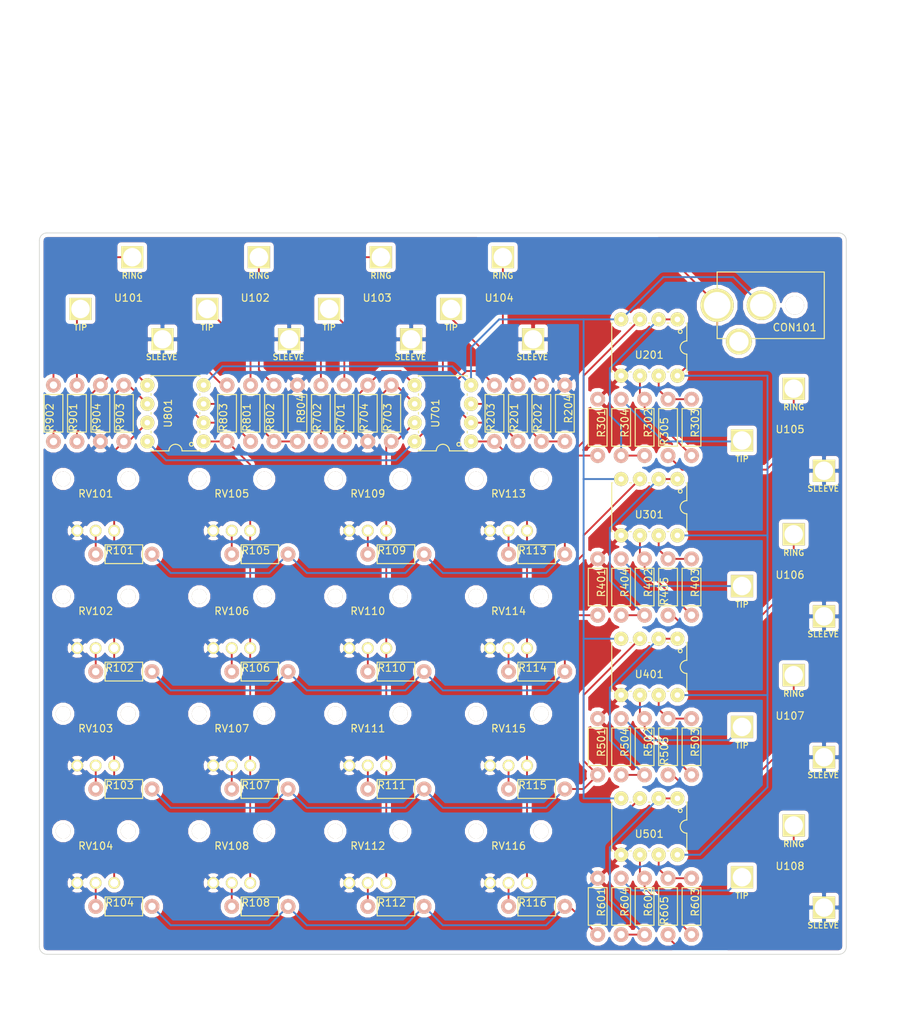
<source format=kicad_pcb>
(kicad_pcb (version 4) (host pcbnew 4.0.2-stable)
  (layers (0 F.Cu signal) (31 B.Cu signal) (34 B.Paste user) (35 F.Paste user) (36 B.SilkS user) (37 F.SilkS user) (38 B.Mask user) (39 F.Mask user) (44 Edge.Cuts user))
  (net 0 "")
  (net 1 "Net-(R101-Pad1)")
  (net 2 /output1/IN)
  (net 3 "Net-(R102-Pad1)")
  (net 4 /output2/IN)
  (net 5 "Net-(R103-Pad1)")
  (net 6 /output3/IN)
  (net 7 "Net-(R104-Pad1)")
  (net 8 /output4/IN)
  (net 9 "Net-(R105-Pad1)")
  (net 10 "Net-(R106-Pad1)")
  (net 11 "Net-(R107-Pad1)")
  (net 12 "Net-(R108-Pad1)")
  (net 13 "Net-(R109-Pad1)")
  (net 14 "Net-(R110-Pad1)")
  (net 15 "Net-(R111-Pad1)")
  (net 16 "Net-(R112-Pad1)")
  (net 17 "Net-(R113-Pad1)")
  (net 18 "Net-(R114-Pad1)")
  (net 19 "Net-(R115-Pad1)")
  (net 20 "Net-(R116-Pad1)")
  (net 21 "Net-(R201-Pad1)")
  (net 22 /Input4/IN-)
  (net 23 "Net-(R202-Pad1)")
  (net 24 /Input4/IN+)
  (net 25 /Input4/OUT)
  (net 26 SLEEVE)
  (net 27 "Net-(R302-Pad1)")
  (net 28 "Net-(R302-Pad2)")
  (net 29 "Net-(R303-Pad1)")
  (net 30 /output1/OUT+)
  (net 31 /output1/OUT-)
  (net 32 "Net-(R402-Pad1)")
  (net 33 "Net-(R402-Pad2)")
  (net 34 "Net-(R403-Pad1)")
  (net 35 /output2/OUT+)
  (net 36 /output2/OUT-)
  (net 37 "Net-(R502-Pad1)")
  (net 38 "Net-(R502-Pad2)")
  (net 39 "Net-(R503-Pad1)")
  (net 40 /output3/OUT+)
  (net 41 /output3/OUT-)
  (net 42 "Net-(R602-Pad1)")
  (net 43 "Net-(R602-Pad2)")
  (net 44 "Net-(R603-Pad1)")
  (net 45 /output4/OUT+)
  (net 46 /output4/OUT-)
  (net 47 "Net-(R701-Pad1)")
  (net 48 /Input3/IN-)
  (net 49 "Net-(R702-Pad1)")
  (net 50 /Input3/IN+)
  (net 51 /Input3/OUT)
  (net 52 "Net-(R801-Pad1)")
  (net 53 /Input2/IN-)
  (net 54 "Net-(R802-Pad1)")
  (net 55 /Input2/IN+)
  (net 56 /Input2/OUT)
  (net 57 "Net-(R901-Pad1)")
  (net 58 /Input1/IN-)
  (net 59 "Net-(R902-Pad1)")
  (net 60 /Input1/IN+)
  (net 61 /Input1/OUT)
  (net 62 Earth)
  (net 63 +15V)
  (module audio:RK09D117000C (layer F.Cu) (at 25.4 94.615)
    (fp_text reference RV101 (at 0 -5) (layer F.SilkS))
    (fp_text value 100k)
    (pad 5 thru_hole circle (at -4.4 -7) (size 2 2) (drill 2) (layers *.Cu *.Mask F.SilkS))
    (pad 1 thru_hole circle (at -2.5 0) (size 1.6 1.6) (drill 1.1) (layers *.Cu *.Mask F.SilkS) (net 26 SLEEVE))
    (pad 2 thru_hole circle (at 0 0) (size 1.6 1.6) (drill 1.1) (layers *.Cu *.Mask F.SilkS) (net 1 "Net-(R101-Pad1)"))
    (pad 3 thru_hole circle (at 2.5 0) (size 1.6 1.6) (drill 1.1) (layers *.Cu *.Mask F.SilkS) (net 61 /Input1/OUT))
    (pad 4 thru_hole circle (at 4.4 -7) (size 2 2) (drill 2) (layers *.Cu *.Mask F.SilkS))
  )
  (module audio:RK09D117000C (layer F.Cu) (at 25.4 110.49)
    (fp_text reference RV102 (at 0 -5) (layer F.SilkS))
    (fp_text value 100k)
    (pad 5 thru_hole circle (at -4.4 -7) (size 2 2) (drill 2) (layers *.Cu *.Mask F.SilkS))
    (pad 1 thru_hole circle (at -2.5 0) (size 1.6 1.6) (drill 1.1) (layers *.Cu *.Mask F.SilkS) (net 26 SLEEVE))
    (pad 2 thru_hole circle (at 0 0) (size 1.6 1.6) (drill 1.1) (layers *.Cu *.Mask F.SilkS) (net 3 "Net-(R102-Pad1)"))
    (pad 3 thru_hole circle (at 2.5 0) (size 1.6 1.6) (drill 1.1) (layers *.Cu *.Mask F.SilkS) (net 61 /Input1/OUT))
    (pad 4 thru_hole circle (at 4.4 -7) (size 2 2) (drill 2) (layers *.Cu *.Mask F.SilkS))
  )
  (module audio:RK09D117000C (layer F.Cu) (at 25.4 126.365)
    (fp_text reference RV103 (at 0 -5) (layer F.SilkS))
    (fp_text value 100k)
    (pad 5 thru_hole circle (at -4.4 -7) (size 2 2) (drill 2) (layers *.Cu *.Mask F.SilkS))
    (pad 1 thru_hole circle (at -2.5 0) (size 1.6 1.6) (drill 1.1) (layers *.Cu *.Mask F.SilkS) (net 26 SLEEVE))
    (pad 2 thru_hole circle (at 0 0) (size 1.6 1.6) (drill 1.1) (layers *.Cu *.Mask F.SilkS) (net 5 "Net-(R103-Pad1)"))
    (pad 3 thru_hole circle (at 2.5 0) (size 1.6 1.6) (drill 1.1) (layers *.Cu *.Mask F.SilkS) (net 61 /Input1/OUT))
    (pad 4 thru_hole circle (at 4.4 -7) (size 2 2) (drill 2) (layers *.Cu *.Mask F.SilkS))
  )
  (module audio:RK09D117000C (layer F.Cu) (at 25.4 142.24)
    (fp_text reference RV104 (at 0 -5) (layer F.SilkS))
    (fp_text value 100k)
    (pad 5 thru_hole circle (at -4.4 -7) (size 2 2) (drill 2) (layers *.Cu *.Mask F.SilkS))
    (pad 1 thru_hole circle (at -2.5 0) (size 1.6 1.6) (drill 1.1) (layers *.Cu *.Mask F.SilkS) (net 26 SLEEVE))
    (pad 2 thru_hole circle (at 0 0) (size 1.6 1.6) (drill 1.1) (layers *.Cu *.Mask F.SilkS) (net 7 "Net-(R104-Pad1)"))
    (pad 3 thru_hole circle (at 2.5 0) (size 1.6 1.6) (drill 1.1) (layers *.Cu *.Mask F.SilkS) (net 61 /Input1/OUT))
    (pad 4 thru_hole circle (at 4.4 -7) (size 2 2) (drill 2) (layers *.Cu *.Mask F.SilkS))
  )
  (module audio:RK09D117000C (layer F.Cu) (at 43.815 94.615)
    (fp_text reference RV105 (at 0 -5) (layer F.SilkS))
    (fp_text value 100k)
    (pad 5 thru_hole circle (at -4.4 -7) (size 2 2) (drill 2) (layers *.Cu *.Mask F.SilkS))
    (pad 1 thru_hole circle (at -2.5 0) (size 1.6 1.6) (drill 1.1) (layers *.Cu *.Mask F.SilkS) (net 26 SLEEVE))
    (pad 2 thru_hole circle (at 0 0) (size 1.6 1.6) (drill 1.1) (layers *.Cu *.Mask F.SilkS) (net 9 "Net-(R105-Pad1)"))
    (pad 3 thru_hole circle (at 2.5 0) (size 1.6 1.6) (drill 1.1) (layers *.Cu *.Mask F.SilkS) (net 56 /Input2/OUT))
    (pad 4 thru_hole circle (at 4.4 -7) (size 2 2) (drill 2) (layers *.Cu *.Mask F.SilkS))
  )
  (module audio:RK09D117000C (layer F.Cu) (at 43.815 110.49)
    (fp_text reference RV106 (at 0 -5) (layer F.SilkS))
    (fp_text value 100k)
    (pad 5 thru_hole circle (at -4.4 -7) (size 2 2) (drill 2) (layers *.Cu *.Mask F.SilkS))
    (pad 1 thru_hole circle (at -2.5 0) (size 1.6 1.6) (drill 1.1) (layers *.Cu *.Mask F.SilkS) (net 26 SLEEVE))
    (pad 2 thru_hole circle (at 0 0) (size 1.6 1.6) (drill 1.1) (layers *.Cu *.Mask F.SilkS) (net 10 "Net-(R106-Pad1)"))
    (pad 3 thru_hole circle (at 2.5 0) (size 1.6 1.6) (drill 1.1) (layers *.Cu *.Mask F.SilkS) (net 56 /Input2/OUT))
    (pad 4 thru_hole circle (at 4.4 -7) (size 2 2) (drill 2) (layers *.Cu *.Mask F.SilkS))
  )
  (module audio:RK09D117000C (layer F.Cu) (at 43.815 126.365)
    (fp_text reference RV107 (at 0 -5) (layer F.SilkS))
    (fp_text value 100k)
    (pad 5 thru_hole circle (at -4.4 -7) (size 2 2) (drill 2) (layers *.Cu *.Mask F.SilkS))
    (pad 1 thru_hole circle (at -2.5 0) (size 1.6 1.6) (drill 1.1) (layers *.Cu *.Mask F.SilkS) (net 26 SLEEVE))
    (pad 2 thru_hole circle (at 0 0) (size 1.6 1.6) (drill 1.1) (layers *.Cu *.Mask F.SilkS) (net 11 "Net-(R107-Pad1)"))
    (pad 3 thru_hole circle (at 2.5 0) (size 1.6 1.6) (drill 1.1) (layers *.Cu *.Mask F.SilkS) (net 56 /Input2/OUT))
    (pad 4 thru_hole circle (at 4.4 -7) (size 2 2) (drill 2) (layers *.Cu *.Mask F.SilkS))
  )
  (module audio:RK09D117000C (layer F.Cu) (at 43.815 142.24)
    (fp_text reference RV108 (at 0 -5) (layer F.SilkS))
    (fp_text value 100k)
    (pad 5 thru_hole circle (at -4.4 -7) (size 2 2) (drill 2) (layers *.Cu *.Mask F.SilkS))
    (pad 1 thru_hole circle (at -2.5 0) (size 1.6 1.6) (drill 1.1) (layers *.Cu *.Mask F.SilkS) (net 26 SLEEVE))
    (pad 2 thru_hole circle (at 0 0) (size 1.6 1.6) (drill 1.1) (layers *.Cu *.Mask F.SilkS) (net 12 "Net-(R108-Pad1)"))
    (pad 3 thru_hole circle (at 2.5 0) (size 1.6 1.6) (drill 1.1) (layers *.Cu *.Mask F.SilkS) (net 56 /Input2/OUT))
    (pad 4 thru_hole circle (at 4.4 -7) (size 2 2) (drill 2) (layers *.Cu *.Mask F.SilkS))
  )
  (module audio:RK09D117000C (layer F.Cu) (at 62.23 94.615)
    (fp_text reference RV109 (at 0 -5) (layer F.SilkS))
    (fp_text value 100k)
    (pad 5 thru_hole circle (at -4.4 -7) (size 2 2) (drill 2) (layers *.Cu *.Mask F.SilkS))
    (pad 1 thru_hole circle (at -2.5 0) (size 1.6 1.6) (drill 1.1) (layers *.Cu *.Mask F.SilkS) (net 26 SLEEVE))
    (pad 2 thru_hole circle (at 0 0) (size 1.6 1.6) (drill 1.1) (layers *.Cu *.Mask F.SilkS) (net 13 "Net-(R109-Pad1)"))
    (pad 3 thru_hole circle (at 2.5 0) (size 1.6 1.6) (drill 1.1) (layers *.Cu *.Mask F.SilkS) (net 51 /Input3/OUT))
    (pad 4 thru_hole circle (at 4.4 -7) (size 2 2) (drill 2) (layers *.Cu *.Mask F.SilkS))
  )
  (module audio:RK09D117000C (layer F.Cu) (at 62.23 110.49)
    (fp_text reference RV110 (at 0 -5) (layer F.SilkS))
    (fp_text value 100k)
    (pad 5 thru_hole circle (at -4.4 -7) (size 2 2) (drill 2) (layers *.Cu *.Mask F.SilkS))
    (pad 1 thru_hole circle (at -2.5 0) (size 1.6 1.6) (drill 1.1) (layers *.Cu *.Mask F.SilkS) (net 26 SLEEVE))
    (pad 2 thru_hole circle (at 0 0) (size 1.6 1.6) (drill 1.1) (layers *.Cu *.Mask F.SilkS) (net 14 "Net-(R110-Pad1)"))
    (pad 3 thru_hole circle (at 2.5 0) (size 1.6 1.6) (drill 1.1) (layers *.Cu *.Mask F.SilkS) (net 51 /Input3/OUT))
    (pad 4 thru_hole circle (at 4.4 -7) (size 2 2) (drill 2) (layers *.Cu *.Mask F.SilkS))
  )
  (module audio:RK09D117000C (layer F.Cu) (at 62.23 126.365)
    (fp_text reference RV111 (at 0 -5) (layer F.SilkS))
    (fp_text value 100k)
    (pad 5 thru_hole circle (at -4.4 -7) (size 2 2) (drill 2) (layers *.Cu *.Mask F.SilkS))
    (pad 1 thru_hole circle (at -2.5 0) (size 1.6 1.6) (drill 1.1) (layers *.Cu *.Mask F.SilkS) (net 26 SLEEVE))
    (pad 2 thru_hole circle (at 0 0) (size 1.6 1.6) (drill 1.1) (layers *.Cu *.Mask F.SilkS) (net 15 "Net-(R111-Pad1)"))
    (pad 3 thru_hole circle (at 2.5 0) (size 1.6 1.6) (drill 1.1) (layers *.Cu *.Mask F.SilkS) (net 51 /Input3/OUT))
    (pad 4 thru_hole circle (at 4.4 -7) (size 2 2) (drill 2) (layers *.Cu *.Mask F.SilkS))
  )
  (module audio:RK09D117000C (layer F.Cu) (at 62.23 142.24)
    (fp_text reference RV112 (at 0 -5) (layer F.SilkS))
    (fp_text value 100k)
    (pad 5 thru_hole circle (at -4.4 -7) (size 2 2) (drill 2) (layers *.Cu *.Mask F.SilkS))
    (pad 1 thru_hole circle (at -2.5 0) (size 1.6 1.6) (drill 1.1) (layers *.Cu *.Mask F.SilkS) (net 26 SLEEVE))
    (pad 2 thru_hole circle (at 0 0) (size 1.6 1.6) (drill 1.1) (layers *.Cu *.Mask F.SilkS) (net 16 "Net-(R112-Pad1)"))
    (pad 3 thru_hole circle (at 2.5 0) (size 1.6 1.6) (drill 1.1) (layers *.Cu *.Mask F.SilkS) (net 51 /Input3/OUT))
    (pad 4 thru_hole circle (at 4.4 -7) (size 2 2) (drill 2) (layers *.Cu *.Mask F.SilkS))
  )
  (module audio:RK09D117000C (layer F.Cu) (at 81.28 94.615)
    (fp_text reference RV113 (at 0 -5) (layer F.SilkS))
    (fp_text value 100k)
    (pad 5 thru_hole circle (at -4.4 -7) (size 2 2) (drill 2) (layers *.Cu *.Mask F.SilkS))
    (pad 1 thru_hole circle (at -2.5 0) (size 1.6 1.6) (drill 1.1) (layers *.Cu *.Mask F.SilkS) (net 26 SLEEVE))
    (pad 2 thru_hole circle (at 0 0) (size 1.6 1.6) (drill 1.1) (layers *.Cu *.Mask F.SilkS) (net 17 "Net-(R113-Pad1)"))
    (pad 3 thru_hole circle (at 2.5 0) (size 1.6 1.6) (drill 1.1) (layers *.Cu *.Mask F.SilkS) (net 25 /Input4/OUT))
    (pad 4 thru_hole circle (at 4.4 -7) (size 2 2) (drill 2) (layers *.Cu *.Mask F.SilkS))
  )
  (module audio:RK09D117000C (layer F.Cu) (at 81.28 110.49)
    (fp_text reference RV114 (at 0 -5) (layer F.SilkS))
    (fp_text value 100k)
    (pad 5 thru_hole circle (at -4.4 -7) (size 2 2) (drill 2) (layers *.Cu *.Mask F.SilkS))
    (pad 1 thru_hole circle (at -2.5 0) (size 1.6 1.6) (drill 1.1) (layers *.Cu *.Mask F.SilkS) (net 26 SLEEVE))
    (pad 2 thru_hole circle (at 0 0) (size 1.6 1.6) (drill 1.1) (layers *.Cu *.Mask F.SilkS) (net 18 "Net-(R114-Pad1)"))
    (pad 3 thru_hole circle (at 2.5 0) (size 1.6 1.6) (drill 1.1) (layers *.Cu *.Mask F.SilkS) (net 25 /Input4/OUT))
    (pad 4 thru_hole circle (at 4.4 -7) (size 2 2) (drill 2) (layers *.Cu *.Mask F.SilkS))
  )
  (module audio:RK09D117000C (layer F.Cu) (at 81.28 126.365)
    (fp_text reference RV115 (at 0 -5) (layer F.SilkS))
    (fp_text value 100k)
    (pad 5 thru_hole circle (at -4.4 -7) (size 2 2) (drill 2) (layers *.Cu *.Mask F.SilkS))
    (pad 1 thru_hole circle (at -2.5 0) (size 1.6 1.6) (drill 1.1) (layers *.Cu *.Mask F.SilkS) (net 26 SLEEVE))
    (pad 2 thru_hole circle (at 0 0) (size 1.6 1.6) (drill 1.1) (layers *.Cu *.Mask F.SilkS) (net 19 "Net-(R115-Pad1)"))
    (pad 3 thru_hole circle (at 2.5 0) (size 1.6 1.6) (drill 1.1) (layers *.Cu *.Mask F.SilkS) (net 25 /Input4/OUT))
    (pad 4 thru_hole circle (at 4.4 -7) (size 2 2) (drill 2) (layers *.Cu *.Mask F.SilkS))
  )
  (module audio:RK09D117000C (layer F.Cu) (at 81.28 142.24)
    (fp_text reference RV116 (at 0 -5) (layer F.SilkS))
    (fp_text value 100k)
    (pad 5 thru_hole circle (at -4.4 -7) (size 2 2) (drill 2) (layers *.Cu *.Mask F.SilkS))
    (pad 1 thru_hole circle (at -2.5 0) (size 1.6 1.6) (drill 1.1) (layers *.Cu *.Mask F.SilkS) (net 26 SLEEVE))
    (pad 2 thru_hole circle (at 0 0) (size 1.6 1.6) (drill 1.1) (layers *.Cu *.Mask F.SilkS) (net 20 "Net-(R116-Pad1)"))
    (pad 3 thru_hole circle (at 2.5 0) (size 1.6 1.6) (drill 1.1) (layers *.Cu *.Mask F.SilkS) (net 25 /Input4/OUT))
    (pad 4 thru_hole circle (at 4.4 -7) (size 2 2) (drill 2) (layers *.Cu *.Mask F.SilkS))
  )
  (module audio:0.25-jack (layer F.Cu) (at 29.845 64.135)
    (fp_text reference U101 (at 0 -1) (layer F.SilkS))
    (fp_text value TRS_Jack)
    (fp_text user SLEEVE (at 4.5 7) (layer F.SilkS) (effects (font (size 0.8 0.8))))
    (fp_text user RING (at 0.5 -4) (layer F.SilkS) (effects (font (size 0.8 0.8))))
    (fp_text user TIP (at -6.5 3) (layer F.SilkS) (effects (font (size 0.8 0.8))))
    (pad 3 thru_hole rect (at 4.596194 4.596194) (size 3 3) (drill oval 2.5) (layers *.Cu *.Mask F.SilkS) (net 26 SLEEVE))
    (pad 1 thru_hole rect (at -6.5 0.5) (size 3 3) (drill oval 2.5) (layers *.Cu *.Mask F.SilkS) (net 58 /Input1/IN-))
    (pad 2 thru_hole rect (at 0.5 -6.5 90) (size 3 3) (drill oval 2.5) (layers *.Cu *.Mask F.SilkS) (net 60 /Input1/IN+))
  )
  (module audio:0.25-jack (layer F.Cu) (at 46.99 64.135)
    (fp_text reference U102 (at 0 -1) (layer F.SilkS))
    (fp_text value TRS_Jack)
    (fp_text user SLEEVE (at 4.5 7) (layer F.SilkS) (effects (font (size 0.8 0.8))))
    (fp_text user RING (at 0.5 -4) (layer F.SilkS) (effects (font (size 0.8 0.8))))
    (fp_text user TIP (at -6.5 3) (layer F.SilkS) (effects (font (size 0.8 0.8))))
    (pad 3 thru_hole rect (at 4.596194 4.596194) (size 3 3) (drill oval 2.5) (layers *.Cu *.Mask F.SilkS) (net 26 SLEEVE))
    (pad 1 thru_hole rect (at -6.5 0.5) (size 3 3) (drill oval 2.5) (layers *.Cu *.Mask F.SilkS) (net 53 /Input2/IN-))
    (pad 2 thru_hole rect (at 0.5 -6.5 90) (size 3 3) (drill oval 2.5) (layers *.Cu *.Mask F.SilkS) (net 55 /Input2/IN+))
  )
  (module audio:0.25-jack (layer F.Cu) (at 63.5 64.135)
    (fp_text reference U103 (at 0 -1) (layer F.SilkS))
    (fp_text value TRS_Jack)
    (fp_text user SLEEVE (at 4.5 7) (layer F.SilkS) (effects (font (size 0.8 0.8))))
    (fp_text user RING (at 0.5 -4) (layer F.SilkS) (effects (font (size 0.8 0.8))))
    (fp_text user TIP (at -6.5 3) (layer F.SilkS) (effects (font (size 0.8 0.8))))
    (pad 3 thru_hole rect (at 4.596194 4.596194) (size 3 3) (drill oval 2.5) (layers *.Cu *.Mask F.SilkS) (net 26 SLEEVE))
    (pad 1 thru_hole rect (at -6.5 0.5) (size 3 3) (drill oval 2.5) (layers *.Cu *.Mask F.SilkS) (net 48 /Input3/IN-))
    (pad 2 thru_hole rect (at 0.5 -6.5 90) (size 3 3) (drill oval 2.5) (layers *.Cu *.Mask F.SilkS) (net 50 /Input3/IN+))
  )
  (module audio:0.25-jack (layer F.Cu) (at 80.01 64.135)
    (fp_text reference U104 (at 0 -1) (layer F.SilkS))
    (fp_text value TRS_Jack)
    (fp_text user SLEEVE (at 4.5 7) (layer F.SilkS) (effects (font (size 0.8 0.8))))
    (fp_text user RING (at 0.5 -4) (layer F.SilkS) (effects (font (size 0.8 0.8))))
    (fp_text user TIP (at -6.5 3) (layer F.SilkS) (effects (font (size 0.8 0.8))))
    (pad 3 thru_hole rect (at 4.596194 4.596194) (size 3 3) (drill oval 2.5) (layers *.Cu *.Mask F.SilkS) (net 26 SLEEVE))
    (pad 1 thru_hole rect (at -6.5 0.5) (size 3 3) (drill oval 2.5) (layers *.Cu *.Mask F.SilkS) (net 22 /Input4/IN-))
    (pad 2 thru_hole rect (at 0.5 -6.5 90) (size 3 3) (drill oval 2.5) (layers *.Cu *.Mask F.SilkS) (net 24 /Input4/IN+))
  )
  (module audio:0.25-jack (layer F.Cu) (at 119.38 81.915)
    (fp_text reference U105 (at 0 -1) (layer F.SilkS))
    (fp_text value TRS_Jack)
    (fp_text user SLEEVE (at 4.5 7) (layer F.SilkS) (effects (font (size 0.8 0.8))))
    (fp_text user RING (at 0.5 -4) (layer F.SilkS) (effects (font (size 0.8 0.8))))
    (fp_text user TIP (at -6.5 3) (layer F.SilkS) (effects (font (size 0.8 0.8))))
    (pad 3 thru_hole rect (at 4.596194 4.596194) (size 3 3) (drill oval 2.5) (layers *.Cu *.Mask F.SilkS) (net 26 SLEEVE))
    (pad 1 thru_hole rect (at -6.5 0.5) (size 3 3) (drill oval 2.5) (layers *.Cu *.Mask F.SilkS) (net 30 /output1/OUT+))
    (pad 2 thru_hole rect (at 0.5 -6.5 90) (size 3 3) (drill oval 2.5) (layers *.Cu *.Mask F.SilkS) (net 31 /output1/OUT-))
  )
  (module audio:0.25-jack (layer F.Cu) (at 119.38 101.6)
    (fp_text reference U106 (at 0 -1) (layer F.SilkS))
    (fp_text value TRS_Jack)
    (fp_text user SLEEVE (at 4.5 7) (layer F.SilkS) (effects (font (size 0.8 0.8))))
    (fp_text user RING (at 0.5 -4) (layer F.SilkS) (effects (font (size 0.8 0.8))))
    (fp_text user TIP (at -6.5 3) (layer F.SilkS) (effects (font (size 0.8 0.8))))
    (pad 3 thru_hole rect (at 4.596194 4.596194) (size 3 3) (drill oval 2.5) (layers *.Cu *.Mask F.SilkS) (net 26 SLEEVE))
    (pad 1 thru_hole rect (at -6.5 0.5) (size 3 3) (drill oval 2.5) (layers *.Cu *.Mask F.SilkS) (net 35 /output2/OUT+))
    (pad 2 thru_hole rect (at 0.5 -6.5 90) (size 3 3) (drill oval 2.5) (layers *.Cu *.Mask F.SilkS) (net 36 /output2/OUT-))
  )
  (module audio:0.25-jack (layer F.Cu) (at 119.38 120.65)
    (fp_text reference U107 (at 0 -1) (layer F.SilkS))
    (fp_text value TRS_Jack)
    (fp_text user SLEEVE (at 4.5 7) (layer F.SilkS) (effects (font (size 0.8 0.8))))
    (fp_text user RING (at 0.5 -4) (layer F.SilkS) (effects (font (size 0.8 0.8))))
    (fp_text user TIP (at -6.5 3) (layer F.SilkS) (effects (font (size 0.8 0.8))))
    (pad 3 thru_hole rect (at 4.596194 4.596194) (size 3 3) (drill oval 2.5) (layers *.Cu *.Mask F.SilkS) (net 26 SLEEVE))
    (pad 1 thru_hole rect (at -6.5 0.5) (size 3 3) (drill oval 2.5) (layers *.Cu *.Mask F.SilkS) (net 40 /output3/OUT+))
    (pad 2 thru_hole rect (at 0.5 -6.5 90) (size 3 3) (drill oval 2.5) (layers *.Cu *.Mask F.SilkS) (net 41 /output3/OUT-))
  )
  (module audio:0.25-jack (layer F.Cu) (at 119.38 140.97)
    (fp_text reference U108 (at 0 -1) (layer F.SilkS))
    (fp_text value TRS_Jack)
    (fp_text user SLEEVE (at 4.5 7) (layer F.SilkS) (effects (font (size 0.8 0.8))))
    (fp_text user RING (at 0.5 -4) (layer F.SilkS) (effects (font (size 0.8 0.8))))
    (fp_text user TIP (at -6.5 3) (layer F.SilkS) (effects (font (size 0.8 0.8))))
    (pad 3 thru_hole rect (at 4.596194 4.596194) (size 3 3) (drill oval 2.5) (layers *.Cu *.Mask F.SilkS) (net 26 SLEEVE))
    (pad 1 thru_hole rect (at -6.5 0.5) (size 3 3) (drill oval 2.5) (layers *.Cu *.Mask F.SilkS) (net 45 /output4/OUT+))
    (pad 2 thru_hole rect (at 0.5 -6.5 90) (size 3 3) (drill oval 2.5) (layers *.Cu *.Mask F.SilkS) (net 46 /output4/OUT-))
  )
  (module audio:PDIP-8 (layer F.Cu) (at 100.33 69.85 180)
    (fp_text reference U201 (at 0 -1 180) (layer F.SilkS))
    (fp_text value NE5532)
    (pad 1 thru_hole circle (at -3.81 3.81 180) (size 1.905 1.905) (drill 0.762) (layers *.Cu *.Mask F.SilkS) (net 28 "Net-(R302-Pad2)"))
    (pad 2 thru_hole circle (at -1.27 3.81 180) (size 1.905 1.905) (drill 0.762) (layers *.Cu *.Mask F.SilkS) (net 28 "Net-(R302-Pad2)"))
    (pad 3 thru_hole circle (at 1.27 3.81 180) (size 1.905 1.905) (drill 0.762) (layers *.Cu *.Mask F.SilkS) (net 2 /output1/IN))
    (pad 4 thru_hole circle (at 3.81 3.81 180) (size 1.905 1.905) (drill 0.762) (layers *.Cu *.Mask F.SilkS) (net 62 Earth))
    (pad 5 thru_hole circle (at 3.81 -3.81 180) (size 1.905 1.905) (drill 0.762) (layers *.Cu *.Mask F.SilkS) (net 26 SLEEVE))
    (pad 6 thru_hole circle (at 1.27 -3.81 180) (size 1.905 1.905) (drill 0.762) (layers *.Cu *.Mask F.SilkS) (net 27 "Net-(R302-Pad1)"))
    (pad 7 thru_hole circle (at -1.27 -3.81 180) (size 1.905 1.905) (drill 0.762) (layers *.Cu *.Mask F.SilkS) (net 29 "Net-(R303-Pad1)"))
    (pad 8 thru_hole circle (at -3.81 -3.81 180) (size 1.905 1.905) (drill 0.762) (layers *.Cu *.Mask F.SilkS) (net 63 +15V))
  )
  (module audio:PDIP-8 (layer F.Cu) (at 100.33 91.44 180)
    (fp_text reference U301 (at 0 -1 180) (layer F.SilkS))
    (fp_text value NE5532)
    (pad 1 thru_hole circle (at -3.81 3.81 180) (size 1.905 1.905) (drill 0.762) (layers *.Cu *.Mask F.SilkS) (net 33 "Net-(R402-Pad2)"))
    (pad 2 thru_hole circle (at -1.27 3.81 180) (size 1.905 1.905) (drill 0.762) (layers *.Cu *.Mask F.SilkS) (net 33 "Net-(R402-Pad2)"))
    (pad 3 thru_hole circle (at 1.27 3.81 180) (size 1.905 1.905) (drill 0.762) (layers *.Cu *.Mask F.SilkS) (net 4 /output2/IN))
    (pad 4 thru_hole circle (at 3.81 3.81 180) (size 1.905 1.905) (drill 0.762) (layers *.Cu *.Mask F.SilkS) (net 62 Earth))
    (pad 5 thru_hole circle (at 3.81 -3.81 180) (size 1.905 1.905) (drill 0.762) (layers *.Cu *.Mask F.SilkS) (net 26 SLEEVE))
    (pad 6 thru_hole circle (at 1.27 -3.81 180) (size 1.905 1.905) (drill 0.762) (layers *.Cu *.Mask F.SilkS) (net 32 "Net-(R402-Pad1)"))
    (pad 7 thru_hole circle (at -1.27 -3.81 180) (size 1.905 1.905) (drill 0.762) (layers *.Cu *.Mask F.SilkS) (net 34 "Net-(R403-Pad1)"))
    (pad 8 thru_hole circle (at -3.81 -3.81 180) (size 1.905 1.905) (drill 0.762) (layers *.Cu *.Mask F.SilkS) (net 63 +15V))
  )
  (module audio:PDIP-8 (layer F.Cu) (at 100.33 113.03 180)
    (fp_text reference U401 (at 0 -1 180) (layer F.SilkS))
    (fp_text value NE5532)
    (pad 1 thru_hole circle (at -3.81 3.81 180) (size 1.905 1.905) (drill 0.762) (layers *.Cu *.Mask F.SilkS) (net 38 "Net-(R502-Pad2)"))
    (pad 2 thru_hole circle (at -1.27 3.81 180) (size 1.905 1.905) (drill 0.762) (layers *.Cu *.Mask F.SilkS) (net 38 "Net-(R502-Pad2)"))
    (pad 3 thru_hole circle (at 1.27 3.81 180) (size 1.905 1.905) (drill 0.762) (layers *.Cu *.Mask F.SilkS) (net 6 /output3/IN))
    (pad 4 thru_hole circle (at 3.81 3.81 180) (size 1.905 1.905) (drill 0.762) (layers *.Cu *.Mask F.SilkS) (net 62 Earth))
    (pad 5 thru_hole circle (at 3.81 -3.81 180) (size 1.905 1.905) (drill 0.762) (layers *.Cu *.Mask F.SilkS) (net 26 SLEEVE))
    (pad 6 thru_hole circle (at 1.27 -3.81 180) (size 1.905 1.905) (drill 0.762) (layers *.Cu *.Mask F.SilkS) (net 37 "Net-(R502-Pad1)"))
    (pad 7 thru_hole circle (at -1.27 -3.81 180) (size 1.905 1.905) (drill 0.762) (layers *.Cu *.Mask F.SilkS) (net 39 "Net-(R503-Pad1)"))
    (pad 8 thru_hole circle (at -3.81 -3.81 180) (size 1.905 1.905) (drill 0.762) (layers *.Cu *.Mask F.SilkS) (net 63 +15V))
  )
  (module audio:PDIP-8 (layer F.Cu) (at 100.33 134.62 180)
    (fp_text reference U501 (at 0 -1 180) (layer F.SilkS))
    (fp_text value NE5532)
    (pad 1 thru_hole circle (at -3.81 3.81 180) (size 1.905 1.905) (drill 0.762) (layers *.Cu *.Mask F.SilkS) (net 43 "Net-(R602-Pad2)"))
    (pad 2 thru_hole circle (at -1.27 3.81 180) (size 1.905 1.905) (drill 0.762) (layers *.Cu *.Mask F.SilkS) (net 43 "Net-(R602-Pad2)"))
    (pad 3 thru_hole circle (at 1.27 3.81 180) (size 1.905 1.905) (drill 0.762) (layers *.Cu *.Mask F.SilkS) (net 8 /output4/IN))
    (pad 4 thru_hole circle (at 3.81 3.81 180) (size 1.905 1.905) (drill 0.762) (layers *.Cu *.Mask F.SilkS) (net 62 Earth))
    (pad 5 thru_hole circle (at 3.81 -3.81 180) (size 1.905 1.905) (drill 0.762) (layers *.Cu *.Mask F.SilkS) (net 26 SLEEVE))
    (pad 6 thru_hole circle (at 1.27 -3.81 180) (size 1.905 1.905) (drill 0.762) (layers *.Cu *.Mask F.SilkS) (net 42 "Net-(R602-Pad1)"))
    (pad 7 thru_hole circle (at -1.27 -3.81 180) (size 1.905 1.905) (drill 0.762) (layers *.Cu *.Mask F.SilkS) (net 44 "Net-(R603-Pad1)"))
    (pad 8 thru_hole circle (at -3.81 -3.81 180) (size 1.905 1.905) (drill 0.762) (layers *.Cu *.Mask F.SilkS) (net 63 +15V))
  )
  (module audio:PDIP-8 (layer F.Cu) (at 36.195 78.74 90)
    (fp_text reference U801 (at 0 -1 90) (layer F.SilkS))
    (fp_text value NE5532)
    (pad 1 thru_hole circle (at -3.81 3.81 90) (size 1.905 1.905) (drill 0.762) (layers *.Cu *.Mask F.SilkS) (net 56 /Input2/OUT))
    (pad 2 thru_hole circle (at -1.27 3.81 90) (size 1.905 1.905) (drill 0.762) (layers *.Cu *.Mask F.SilkS) (net 52 "Net-(R801-Pad1)"))
    (pad 3 thru_hole circle (at 1.27 3.81 90) (size 1.905 1.905) (drill 0.762) (layers *.Cu *.Mask F.SilkS) (net 54 "Net-(R802-Pad1)"))
    (pad 4 thru_hole circle (at 3.81 3.81 90) (size 1.905 1.905) (drill 0.762) (layers *.Cu *.Mask F.SilkS) (net 62 Earth))
    (pad 5 thru_hole circle (at 3.81 -3.81 90) (size 1.905 1.905) (drill 0.762) (layers *.Cu *.Mask F.SilkS) (net 59 "Net-(R902-Pad1)"))
    (pad 6 thru_hole circle (at 1.27 -3.81 90) (size 1.905 1.905) (drill 0.762) (layers *.Cu *.Mask F.SilkS) (net 57 "Net-(R901-Pad1)"))
    (pad 7 thru_hole circle (at -1.27 -3.81 90) (size 1.905 1.905) (drill 0.762) (layers *.Cu *.Mask F.SilkS) (net 61 /Input1/OUT))
    (pad 8 thru_hole circle (at -3.81 -3.81 90) (size 1.905 1.905) (drill 0.762) (layers *.Cu *.Mask F.SilkS) (net 63 +15V))
  )
  (module audio:PDIP-8 (layer F.Cu) (at 72.39 78.74 90)
    (fp_text reference U701 (at 0 -1 90) (layer F.SilkS))
    (fp_text value NE5532)
    (pad 1 thru_hole circle (at -3.81 3.81 90) (size 1.905 1.905) (drill 0.762) (layers *.Cu *.Mask F.SilkS) (net 25 /Input4/OUT))
    (pad 2 thru_hole circle (at -1.27 3.81 90) (size 1.905 1.905) (drill 0.762) (layers *.Cu *.Mask F.SilkS) (net 21 "Net-(R201-Pad1)"))
    (pad 3 thru_hole circle (at 1.27 3.81 90) (size 1.905 1.905) (drill 0.762) (layers *.Cu *.Mask F.SilkS) (net 23 "Net-(R202-Pad1)"))
    (pad 4 thru_hole circle (at 3.81 3.81 90) (size 1.905 1.905) (drill 0.762) (layers *.Cu *.Mask F.SilkS) (net 62 Earth))
    (pad 5 thru_hole circle (at 3.81 -3.81 90) (size 1.905 1.905) (drill 0.762) (layers *.Cu *.Mask F.SilkS) (net 49 "Net-(R702-Pad1)"))
    (pad 6 thru_hole circle (at 1.27 -3.81 90) (size 1.905 1.905) (drill 0.762) (layers *.Cu *.Mask F.SilkS) (net 47 "Net-(R701-Pad1)"))
    (pad 7 thru_hole circle (at -1.27 -3.81 90) (size 1.905 1.905) (drill 0.762) (layers *.Cu *.Mask F.SilkS) (net 51 /Input3/OUT))
    (pad 8 thru_hole circle (at -3.81 -3.81 90) (size 1.905 1.905) (drill 0.762) (layers *.Cu *.Mask F.SilkS) (net 63 +15V))
  )
  (module audio:161-0725-E (layer F.Cu) (at 120.015 64.135 180)
    (fp_text reference CON101 (at 0 -3 180) (layer F.SilkS))
    (fp_text value BARREL_JACK)
    (pad 1 thru_hole circle (at 10.5 0 180) (size 4.5 4.5) (drill 3.6) (layers *.Cu *.Mask F.SilkS) (net 63 +15V))
    (pad 10 thru_hole circle (at 0 0 180) (size 2.5 2.5) (drill 2.5) (layers *.Cu *.Mask F.SilkS))
    (pad 2 thru_hole circle (at 4.5 0 180) (size 4 4) (drill 3.1) (layers *.Cu *.Mask F.SilkS) (net 62 Earth))
    (pad 3 thru_hole circle (at 7.55 -4.9 180) (size 3.5 3.5) (drill 2.6) (layers *.Cu *.Mask F.SilkS))
  )
  (module audio:Resistor_Horizontal_RM7mm (layer F.Cu) (at 25.4 97.79)
    (fp_text reference R101 (at 3.25 -0.5) (layer F.SilkS))
    (fp_text value 15k)
    (pad 1 thru_hole circle (at 0 0) (size 1.99898 1.99898) (drill 1.00076) (layers *.Cu *.SilkS *.Mask) (net 1 "Net-(R101-Pad1)"))
    (pad 2 thru_hole circle (at 7.62 0) (size 1.99898 1.99898) (drill 1.00076) (layers *.Cu *.SilkS *.Mask) (net 2 /output1/IN))
  )
  (module audio:Resistor_Horizontal_RM7mm (layer F.Cu) (at 25.4 113.665)
    (fp_text reference R102 (at 3.25 -0.5) (layer F.SilkS))
    (fp_text value 15k)
    (pad 1 thru_hole circle (at 0 0) (size 1.99898 1.99898) (drill 1.00076) (layers *.Cu *.SilkS *.Mask) (net 3 "Net-(R102-Pad1)"))
    (pad 2 thru_hole circle (at 7.62 0) (size 1.99898 1.99898) (drill 1.00076) (layers *.Cu *.SilkS *.Mask) (net 4 /output2/IN))
  )
  (module audio:Resistor_Horizontal_RM7mm (layer F.Cu) (at 25.4 129.54)
    (fp_text reference R103 (at 3.25 -0.5) (layer F.SilkS))
    (fp_text value 15k)
    (pad 1 thru_hole circle (at 0 0) (size 1.99898 1.99898) (drill 1.00076) (layers *.Cu *.SilkS *.Mask) (net 5 "Net-(R103-Pad1)"))
    (pad 2 thru_hole circle (at 7.62 0) (size 1.99898 1.99898) (drill 1.00076) (layers *.Cu *.SilkS *.Mask) (net 6 /output3/IN))
  )
  (module audio:Resistor_Horizontal_RM7mm (layer F.Cu) (at 25.4 145.415)
    (fp_text reference R104 (at 3.25 -0.5) (layer F.SilkS))
    (fp_text value 15k)
    (pad 1 thru_hole circle (at 0 0) (size 1.99898 1.99898) (drill 1.00076) (layers *.Cu *.SilkS *.Mask) (net 7 "Net-(R104-Pad1)"))
    (pad 2 thru_hole circle (at 7.62 0) (size 1.99898 1.99898) (drill 1.00076) (layers *.Cu *.SilkS *.Mask) (net 8 /output4/IN))
  )
  (module audio:Resistor_Horizontal_RM7mm (layer F.Cu) (at 43.815 97.79)
    (fp_text reference R105 (at 3.25 -0.5) (layer F.SilkS))
    (fp_text value 15k)
    (pad 1 thru_hole circle (at 0 0) (size 1.99898 1.99898) (drill 1.00076) (layers *.Cu *.SilkS *.Mask) (net 9 "Net-(R105-Pad1)"))
    (pad 2 thru_hole circle (at 7.62 0) (size 1.99898 1.99898) (drill 1.00076) (layers *.Cu *.SilkS *.Mask) (net 2 /output1/IN))
  )
  (module audio:Resistor_Horizontal_RM7mm (layer F.Cu) (at 43.815 113.665)
    (fp_text reference R106 (at 3.25 -0.5) (layer F.SilkS))
    (fp_text value 15k)
    (pad 1 thru_hole circle (at 0 0) (size 1.99898 1.99898) (drill 1.00076) (layers *.Cu *.SilkS *.Mask) (net 10 "Net-(R106-Pad1)"))
    (pad 2 thru_hole circle (at 7.62 0) (size 1.99898 1.99898) (drill 1.00076) (layers *.Cu *.SilkS *.Mask) (net 4 /output2/IN))
  )
  (module audio:Resistor_Horizontal_RM7mm (layer F.Cu) (at 43.815 129.54)
    (fp_text reference R107 (at 3.25 -0.5) (layer F.SilkS))
    (fp_text value 15k)
    (pad 1 thru_hole circle (at 0 0) (size 1.99898 1.99898) (drill 1.00076) (layers *.Cu *.SilkS *.Mask) (net 11 "Net-(R107-Pad1)"))
    (pad 2 thru_hole circle (at 7.62 0) (size 1.99898 1.99898) (drill 1.00076) (layers *.Cu *.SilkS *.Mask) (net 6 /output3/IN))
  )
  (module audio:Resistor_Horizontal_RM7mm (layer F.Cu) (at 43.815 145.415)
    (fp_text reference R108 (at 3.25 -0.5) (layer F.SilkS))
    (fp_text value 15k)
    (pad 1 thru_hole circle (at 0 0) (size 1.99898 1.99898) (drill 1.00076) (layers *.Cu *.SilkS *.Mask) (net 12 "Net-(R108-Pad1)"))
    (pad 2 thru_hole circle (at 7.62 0) (size 1.99898 1.99898) (drill 1.00076) (layers *.Cu *.SilkS *.Mask) (net 8 /output4/IN))
  )
  (module audio:Resistor_Horizontal_RM7mm (layer F.Cu) (at 62.23 97.79)
    (fp_text reference R109 (at 3.25 -0.5) (layer F.SilkS))
    (fp_text value 15k)
    (pad 1 thru_hole circle (at 0 0) (size 1.99898 1.99898) (drill 1.00076) (layers *.Cu *.SilkS *.Mask) (net 13 "Net-(R109-Pad1)"))
    (pad 2 thru_hole circle (at 7.62 0) (size 1.99898 1.99898) (drill 1.00076) (layers *.Cu *.SilkS *.Mask) (net 2 /output1/IN))
  )
  (module audio:Resistor_Horizontal_RM7mm (layer F.Cu) (at 62.23 113.665)
    (fp_text reference R110 (at 3.25 -0.5) (layer F.SilkS))
    (fp_text value 15k)
    (pad 1 thru_hole circle (at 0 0) (size 1.99898 1.99898) (drill 1.00076) (layers *.Cu *.SilkS *.Mask) (net 14 "Net-(R110-Pad1)"))
    (pad 2 thru_hole circle (at 7.62 0) (size 1.99898 1.99898) (drill 1.00076) (layers *.Cu *.SilkS *.Mask) (net 4 /output2/IN))
  )
  (module audio:Resistor_Horizontal_RM7mm (layer F.Cu) (at 62.23 129.54)
    (fp_text reference R111 (at 3.25 -0.5) (layer F.SilkS))
    (fp_text value 15k)
    (pad 1 thru_hole circle (at 0 0) (size 1.99898 1.99898) (drill 1.00076) (layers *.Cu *.SilkS *.Mask) (net 15 "Net-(R111-Pad1)"))
    (pad 2 thru_hole circle (at 7.62 0) (size 1.99898 1.99898) (drill 1.00076) (layers *.Cu *.SilkS *.Mask) (net 6 /output3/IN))
  )
  (module audio:Resistor_Horizontal_RM7mm (layer F.Cu) (at 62.23 145.415)
    (fp_text reference R112 (at 3.25 -0.5) (layer F.SilkS))
    (fp_text value 15k)
    (pad 1 thru_hole circle (at 0 0) (size 1.99898 1.99898) (drill 1.00076) (layers *.Cu *.SilkS *.Mask) (net 16 "Net-(R112-Pad1)"))
    (pad 2 thru_hole circle (at 7.62 0) (size 1.99898 1.99898) (drill 1.00076) (layers *.Cu *.SilkS *.Mask) (net 8 /output4/IN))
  )
  (module audio:Resistor_Horizontal_RM7mm (layer F.Cu) (at 81.28 97.79)
    (fp_text reference R113 (at 3.25 -0.5) (layer F.SilkS))
    (fp_text value 15k)
    (pad 1 thru_hole circle (at 0 0) (size 1.99898 1.99898) (drill 1.00076) (layers *.Cu *.SilkS *.Mask) (net 17 "Net-(R113-Pad1)"))
    (pad 2 thru_hole circle (at 7.62 0) (size 1.99898 1.99898) (drill 1.00076) (layers *.Cu *.SilkS *.Mask) (net 2 /output1/IN))
  )
  (module audio:Resistor_Horizontal_RM7mm (layer F.Cu) (at 81.28 113.665)
    (fp_text reference R114 (at 3.25 -0.5) (layer F.SilkS))
    (fp_text value 15k)
    (pad 1 thru_hole circle (at 0 0) (size 1.99898 1.99898) (drill 1.00076) (layers *.Cu *.SilkS *.Mask) (net 18 "Net-(R114-Pad1)"))
    (pad 2 thru_hole circle (at 7.62 0) (size 1.99898 1.99898) (drill 1.00076) (layers *.Cu *.SilkS *.Mask) (net 4 /output2/IN))
  )
  (module audio:Resistor_Horizontal_RM7mm (layer F.Cu) (at 81.28 129.54)
    (fp_text reference R115 (at 3.25 -0.5) (layer F.SilkS))
    (fp_text value 15k)
    (pad 1 thru_hole circle (at 0 0) (size 1.99898 1.99898) (drill 1.00076) (layers *.Cu *.SilkS *.Mask) (net 19 "Net-(R115-Pad1)"))
    (pad 2 thru_hole circle (at 7.62 0) (size 1.99898 1.99898) (drill 1.00076) (layers *.Cu *.SilkS *.Mask) (net 6 /output3/IN))
  )
  (module audio:Resistor_Horizontal_RM7mm (layer F.Cu) (at 81.28 145.415)
    (fp_text reference R116 (at 3.25 -0.5) (layer F.SilkS))
    (fp_text value 15k)
    (pad 1 thru_hole circle (at 0 0) (size 1.99898 1.99898) (drill 1.00076) (layers *.Cu *.SilkS *.Mask) (net 20 "Net-(R116-Pad1)"))
    (pad 2 thru_hole circle (at 7.62 0) (size 1.99898 1.99898) (drill 1.00076) (layers *.Cu *.SilkS *.Mask) (net 8 /output4/IN))
  )
  (module audio:Resistor_Horizontal_RM7mm (layer F.Cu) (at 82.55 82.55 90)
    (fp_text reference R201 (at 3.25 -0.5 90) (layer F.SilkS))
    (fp_text value 10k)
    (pad 1 thru_hole circle (at 0 0 90) (size 1.99898 1.99898) (drill 1.00076) (layers *.Cu *.SilkS *.Mask) (net 21 "Net-(R201-Pad1)"))
    (pad 2 thru_hole circle (at 7.62 0 90) (size 1.99898 1.99898) (drill 1.00076) (layers *.Cu *.SilkS *.Mask) (net 22 /Input4/IN-))
  )
  (module audio:Resistor_Horizontal_RM7mm (layer F.Cu) (at 85.725 82.55 90)
    (fp_text reference R202 (at 3.25 -0.5 90) (layer F.SilkS))
    (fp_text value 10k)
    (pad 1 thru_hole circle (at 0 0 90) (size 1.99898 1.99898) (drill 1.00076) (layers *.Cu *.SilkS *.Mask) (net 23 "Net-(R202-Pad1)"))
    (pad 2 thru_hole circle (at 7.62 0 90) (size 1.99898 1.99898) (drill 1.00076) (layers *.Cu *.SilkS *.Mask) (net 24 /Input4/IN+))
  )
  (module audio:Resistor_Horizontal_RM7mm (layer F.Cu) (at 79.375 82.55 90)
    (fp_text reference R203 (at 3.25 -0.5 90) (layer F.SilkS))
    (fp_text value 10k)
    (pad 1 thru_hole circle (at 0 0 90) (size 1.99898 1.99898) (drill 1.00076) (layers *.Cu *.SilkS *.Mask) (net 25 /Input4/OUT))
    (pad 2 thru_hole circle (at 7.62 0 90) (size 1.99898 1.99898) (drill 1.00076) (layers *.Cu *.SilkS *.Mask) (net 21 "Net-(R201-Pad1)"))
  )
  (module audio:Resistor_Horizontal_RM7mm (layer F.Cu) (at 88.9 74.93 270)
    (fp_text reference R204 (at 3.25 -0.5 270) (layer F.SilkS))
    (fp_text value 10k)
    (pad 1 thru_hole circle (at 0 0 270) (size 1.99898 1.99898) (drill 1.00076) (layers *.Cu *.SilkS *.Mask) (net 26 SLEEVE))
    (pad 2 thru_hole circle (at 7.62 0 270) (size 1.99898 1.99898) (drill 1.00076) (layers *.Cu *.SilkS *.Mask) (net 23 "Net-(R202-Pad1)"))
  )
  (module audio:Resistor_Horizontal_RM7mm (layer F.Cu) (at 93.345 76.835 270)
    (fp_text reference R301 (at 3.25 -0.5 270) (layer F.SilkS))
    (fp_text value 10k)
    (pad 1 thru_hole circle (at 0 0 270) (size 1.99898 1.99898) (drill 1.00076) (layers *.Cu *.SilkS *.Mask) (net 26 SLEEVE))
    (pad 2 thru_hole circle (at 7.62 0 270) (size 1.99898 1.99898) (drill 1.00076) (layers *.Cu *.SilkS *.Mask) (net 2 /output1/IN))
  )
  (module audio:Resistor_Horizontal_RM7mm (layer F.Cu) (at 99.695 76.835 270)
    (fp_text reference R302 (at 3.25 -0.5 270) (layer F.SilkS))
    (fp_text value 10k)
    (pad 1 thru_hole circle (at 0 0 270) (size 1.99898 1.99898) (drill 1.00076) (layers *.Cu *.SilkS *.Mask) (net 27 "Net-(R302-Pad1)"))
    (pad 2 thru_hole circle (at 7.62 0 270) (size 1.99898 1.99898) (drill 1.00076) (layers *.Cu *.SilkS *.Mask) (net 28 "Net-(R302-Pad2)"))
  )
  (module audio:Resistor_Horizontal_RM7mm (layer F.Cu) (at 106.045 76.835 270)
    (fp_text reference R303 (at 3.25 -0.5 270) (layer F.SilkS))
    (fp_text value 10k)
    (pad 1 thru_hole circle (at 0 0 270) (size 1.99898 1.99898) (drill 1.00076) (layers *.Cu *.SilkS *.Mask) (net 29 "Net-(R303-Pad1)"))
    (pad 2 thru_hole circle (at 7.62 0 270) (size 1.99898 1.99898) (drill 1.00076) (layers *.Cu *.SilkS *.Mask) (net 27 "Net-(R302-Pad1)"))
  )
  (module audio:Resistor_Horizontal_RM7mm (layer F.Cu) (at 96.52 76.835 270)
    (fp_text reference R304 (at 3.25 -0.5 270) (layer F.SilkS))
    (fp_text value 10k)
    (pad 1 thru_hole circle (at 0 0 270) (size 1.99898 1.99898) (drill 1.00076) (layers *.Cu *.SilkS *.Mask) (net 30 /output1/OUT+))
    (pad 2 thru_hole circle (at 7.62 0 270) (size 1.99898 1.99898) (drill 1.00076) (layers *.Cu *.SilkS *.Mask) (net 28 "Net-(R302-Pad2)"))
  )
  (module audio:Resistor_Horizontal_RM7mm (layer F.Cu) (at 102.87 84.455 90)
    (fp_text reference R305 (at 3.25 -0.5 90) (layer F.SilkS))
    (fp_text value 10k)
    (pad 1 thru_hole circle (at 0 0 90) (size 1.99898 1.99898) (drill 1.00076) (layers *.Cu *.SilkS *.Mask) (net 31 /output1/OUT-))
    (pad 2 thru_hole circle (at 7.62 0 90) (size 1.99898 1.99898) (drill 1.00076) (layers *.Cu *.SilkS *.Mask) (net 29 "Net-(R303-Pad1)"))
  )
  (module audio:Resistor_Horizontal_RM7mm (layer F.Cu) (at 93.345 98.425 270)
    (fp_text reference R401 (at 3.25 -0.5 270) (layer F.SilkS))
    (fp_text value 10k)
    (pad 1 thru_hole circle (at 0 0 270) (size 1.99898 1.99898) (drill 1.00076) (layers *.Cu *.SilkS *.Mask) (net 26 SLEEVE))
    (pad 2 thru_hole circle (at 7.62 0 270) (size 1.99898 1.99898) (drill 1.00076) (layers *.Cu *.SilkS *.Mask) (net 4 /output2/IN))
  )
  (module audio:Resistor_Horizontal_RM7mm (layer F.Cu) (at 99.695 98.425 270)
    (fp_text reference R402 (at 3.25 -0.5 270) (layer F.SilkS))
    (fp_text value 10k)
    (pad 1 thru_hole circle (at 0 0 270) (size 1.99898 1.99898) (drill 1.00076) (layers *.Cu *.SilkS *.Mask) (net 32 "Net-(R402-Pad1)"))
    (pad 2 thru_hole circle (at 7.62 0 270) (size 1.99898 1.99898) (drill 1.00076) (layers *.Cu *.SilkS *.Mask) (net 33 "Net-(R402-Pad2)"))
  )
  (module audio:Resistor_Horizontal_RM7mm (layer F.Cu) (at 106.045 98.425 270)
    (fp_text reference R403 (at 3.25 -0.5 270) (layer F.SilkS))
    (fp_text value 10k)
    (pad 1 thru_hole circle (at 0 0 270) (size 1.99898 1.99898) (drill 1.00076) (layers *.Cu *.SilkS *.Mask) (net 34 "Net-(R403-Pad1)"))
    (pad 2 thru_hole circle (at 7.62 0 270) (size 1.99898 1.99898) (drill 1.00076) (layers *.Cu *.SilkS *.Mask) (net 32 "Net-(R402-Pad1)"))
  )
  (module audio:Resistor_Horizontal_RM7mm (layer F.Cu) (at 96.52 98.425 270)
    (fp_text reference R404 (at 3.25 -0.5 270) (layer F.SilkS))
    (fp_text value 10k)
    (pad 1 thru_hole circle (at 0 0 270) (size 1.99898 1.99898) (drill 1.00076) (layers *.Cu *.SilkS *.Mask) (net 35 /output2/OUT+))
    (pad 2 thru_hole circle (at 7.62 0 270) (size 1.99898 1.99898) (drill 1.00076) (layers *.Cu *.SilkS *.Mask) (net 33 "Net-(R402-Pad2)"))
  )
  (module audio:Resistor_Horizontal_RM7mm (layer F.Cu) (at 102.87 106.045 90)
    (fp_text reference R405 (at 3.25 -0.5 90) (layer F.SilkS))
    (fp_text value 10k)
    (pad 1 thru_hole circle (at 0 0 90) (size 1.99898 1.99898) (drill 1.00076) (layers *.Cu *.SilkS *.Mask) (net 36 /output2/OUT-))
    (pad 2 thru_hole circle (at 7.62 0 90) (size 1.99898 1.99898) (drill 1.00076) (layers *.Cu *.SilkS *.Mask) (net 34 "Net-(R403-Pad1)"))
  )
  (module audio:Resistor_Horizontal_RM7mm (layer F.Cu) (at 93.345 120.015 270)
    (fp_text reference R501 (at 3.25 -0.5 270) (layer F.SilkS))
    (fp_text value 10k)
    (pad 1 thru_hole circle (at 0 0 270) (size 1.99898 1.99898) (drill 1.00076) (layers *.Cu *.SilkS *.Mask) (net 26 SLEEVE))
    (pad 2 thru_hole circle (at 7.62 0 270) (size 1.99898 1.99898) (drill 1.00076) (layers *.Cu *.SilkS *.Mask) (net 6 /output3/IN))
  )
  (module audio:Resistor_Horizontal_RM7mm (layer F.Cu) (at 99.695 120.015 270)
    (fp_text reference R502 (at 3.25 -0.5 270) (layer F.SilkS))
    (fp_text value 10k)
    (pad 1 thru_hole circle (at 0 0 270) (size 1.99898 1.99898) (drill 1.00076) (layers *.Cu *.SilkS *.Mask) (net 37 "Net-(R502-Pad1)"))
    (pad 2 thru_hole circle (at 7.62 0 270) (size 1.99898 1.99898) (drill 1.00076) (layers *.Cu *.SilkS *.Mask) (net 38 "Net-(R502-Pad2)"))
  )
  (module audio:Resistor_Horizontal_RM7mm (layer F.Cu) (at 106.045 120.015 270)
    (fp_text reference R503 (at 3.25 -0.5 270) (layer F.SilkS))
    (fp_text value 10k)
    (pad 1 thru_hole circle (at 0 0 270) (size 1.99898 1.99898) (drill 1.00076) (layers *.Cu *.SilkS *.Mask) (net 39 "Net-(R503-Pad1)"))
    (pad 2 thru_hole circle (at 7.62 0 270) (size 1.99898 1.99898) (drill 1.00076) (layers *.Cu *.SilkS *.Mask) (net 37 "Net-(R502-Pad1)"))
  )
  (module audio:Resistor_Horizontal_RM7mm (layer F.Cu) (at 96.52 120.015 270)
    (fp_text reference R504 (at 3.25 -0.5 270) (layer F.SilkS))
    (fp_text value 10k)
    (pad 1 thru_hole circle (at 0 0 270) (size 1.99898 1.99898) (drill 1.00076) (layers *.Cu *.SilkS *.Mask) (net 40 /output3/OUT+))
    (pad 2 thru_hole circle (at 7.62 0 270) (size 1.99898 1.99898) (drill 1.00076) (layers *.Cu *.SilkS *.Mask) (net 38 "Net-(R502-Pad2)"))
  )
  (module audio:Resistor_Horizontal_RM7mm (layer F.Cu) (at 102.87 127.635 90)
    (fp_text reference R505 (at 3.25 -0.5 90) (layer F.SilkS))
    (fp_text value 10k)
    (pad 1 thru_hole circle (at 0 0 90) (size 1.99898 1.99898) (drill 1.00076) (layers *.Cu *.SilkS *.Mask) (net 41 /output3/OUT-))
    (pad 2 thru_hole circle (at 7.62 0 90) (size 1.99898 1.99898) (drill 1.00076) (layers *.Cu *.SilkS *.Mask) (net 39 "Net-(R503-Pad1)"))
  )
  (module audio:Resistor_Horizontal_RM7mm (layer F.Cu) (at 93.345 141.605 270)
    (fp_text reference R601 (at 3.25 -0.5 270) (layer F.SilkS))
    (fp_text value 10k)
    (pad 1 thru_hole circle (at 0 0 270) (size 1.99898 1.99898) (drill 1.00076) (layers *.Cu *.SilkS *.Mask) (net 26 SLEEVE))
    (pad 2 thru_hole circle (at 7.62 0 270) (size 1.99898 1.99898) (drill 1.00076) (layers *.Cu *.SilkS *.Mask) (net 8 /output4/IN))
  )
  (module audio:Resistor_Horizontal_RM7mm (layer F.Cu) (at 99.695 141.605 270)
    (fp_text reference R602 (at 3.25 -0.5 270) (layer F.SilkS))
    (fp_text value 10k)
    (pad 1 thru_hole circle (at 0 0 270) (size 1.99898 1.99898) (drill 1.00076) (layers *.Cu *.SilkS *.Mask) (net 42 "Net-(R602-Pad1)"))
    (pad 2 thru_hole circle (at 7.62 0 270) (size 1.99898 1.99898) (drill 1.00076) (layers *.Cu *.SilkS *.Mask) (net 43 "Net-(R602-Pad2)"))
  )
  (module audio:Resistor_Horizontal_RM7mm (layer F.Cu) (at 106.045 141.605 270)
    (fp_text reference R603 (at 3.25 -0.5 270) (layer F.SilkS))
    (fp_text value 10k)
    (pad 1 thru_hole circle (at 0 0 270) (size 1.99898 1.99898) (drill 1.00076) (layers *.Cu *.SilkS *.Mask) (net 44 "Net-(R603-Pad1)"))
    (pad 2 thru_hole circle (at 7.62 0 270) (size 1.99898 1.99898) (drill 1.00076) (layers *.Cu *.SilkS *.Mask) (net 42 "Net-(R602-Pad1)"))
  )
  (module audio:Resistor_Horizontal_RM7mm (layer F.Cu) (at 96.52 141.605 270)
    (fp_text reference R604 (at 3.25 -0.5 270) (layer F.SilkS))
    (fp_text value 10k)
    (pad 1 thru_hole circle (at 0 0 270) (size 1.99898 1.99898) (drill 1.00076) (layers *.Cu *.SilkS *.Mask) (net 45 /output4/OUT+))
    (pad 2 thru_hole circle (at 7.62 0 270) (size 1.99898 1.99898) (drill 1.00076) (layers *.Cu *.SilkS *.Mask) (net 43 "Net-(R602-Pad2)"))
  )
  (module audio:Resistor_Horizontal_RM7mm (layer F.Cu) (at 102.87 149.225 90)
    (fp_text reference R605 (at 3.25 -0.5 90) (layer F.SilkS))
    (fp_text value 10k)
    (pad 1 thru_hole circle (at 0 0 90) (size 1.99898 1.99898) (drill 1.00076) (layers *.Cu *.SilkS *.Mask) (net 46 /output4/OUT-))
    (pad 2 thru_hole circle (at 7.62 0 90) (size 1.99898 1.99898) (drill 1.00076) (layers *.Cu *.SilkS *.Mask) (net 44 "Net-(R603-Pad1)"))
  )
  (module audio:Resistor_Horizontal_RM7mm (layer F.Cu) (at 59.055 82.55 90)
    (fp_text reference R701 (at 3.25 -0.5 90) (layer F.SilkS))
    (fp_text value 10k)
    (pad 1 thru_hole circle (at 0 0 90) (size 1.99898 1.99898) (drill 1.00076) (layers *.Cu *.SilkS *.Mask) (net 47 "Net-(R701-Pad1)"))
    (pad 2 thru_hole circle (at 7.62 0 90) (size 1.99898 1.99898) (drill 1.00076) (layers *.Cu *.SilkS *.Mask) (net 48 /Input3/IN-))
  )
  (module audio:Resistor_Horizontal_RM7mm (layer F.Cu) (at 55.88 82.55 90)
    (fp_text reference R702 (at 3.25 -0.5 90) (layer F.SilkS))
    (fp_text value 10k)
    (pad 1 thru_hole circle (at 0 0 90) (size 1.99898 1.99898) (drill 1.00076) (layers *.Cu *.SilkS *.Mask) (net 49 "Net-(R702-Pad1)"))
    (pad 2 thru_hole circle (at 7.62 0 90) (size 1.99898 1.99898) (drill 1.00076) (layers *.Cu *.SilkS *.Mask) (net 50 /Input3/IN+))
  )
  (module audio:Resistor_Horizontal_RM7mm (layer F.Cu) (at 65.405 82.55 90)
    (fp_text reference R703 (at 3.25 -0.5 90) (layer F.SilkS))
    (fp_text value 10k)
    (pad 1 thru_hole circle (at 0 0 90) (size 1.99898 1.99898) (drill 1.00076) (layers *.Cu *.SilkS *.Mask) (net 51 /Input3/OUT))
    (pad 2 thru_hole circle (at 7.62 0 90) (size 1.99898 1.99898) (drill 1.00076) (layers *.Cu *.SilkS *.Mask) (net 47 "Net-(R701-Pad1)"))
  )
  (module audio:Resistor_Horizontal_RM7mm (layer F.Cu) (at 62.23 82.55 90)
    (fp_text reference R704 (at 3.25 -0.5 90) (layer F.SilkS))
    (fp_text value 10k)
    (pad 1 thru_hole circle (at 0 0 90) (size 1.99898 1.99898) (drill 1.00076) (layers *.Cu *.SilkS *.Mask) (net 26 SLEEVE))
    (pad 2 thru_hole circle (at 7.62 0 90) (size 1.99898 1.99898) (drill 1.00076) (layers *.Cu *.SilkS *.Mask) (net 49 "Net-(R702-Pad1)"))
  )
  (module audio:Resistor_Horizontal_RM7mm (layer F.Cu) (at 46.355 82.55 90)
    (fp_text reference R801 (at 3.25 -0.5 90) (layer F.SilkS))
    (fp_text value 10k)
    (pad 1 thru_hole circle (at 0 0 90) (size 1.99898 1.99898) (drill 1.00076) (layers *.Cu *.SilkS *.Mask) (net 52 "Net-(R801-Pad1)"))
    (pad 2 thru_hole circle (at 7.62 0 90) (size 1.99898 1.99898) (drill 1.00076) (layers *.Cu *.SilkS *.Mask) (net 53 /Input2/IN-))
  )
  (module audio:Resistor_Horizontal_RM7mm (layer F.Cu) (at 49.53 82.55 90)
    (fp_text reference R802 (at 3.25 -0.5 90) (layer F.SilkS))
    (fp_text value 10k)
    (pad 1 thru_hole circle (at 0 0 90) (size 1.99898 1.99898) (drill 1.00076) (layers *.Cu *.SilkS *.Mask) (net 54 "Net-(R802-Pad1)"))
    (pad 2 thru_hole circle (at 7.62 0 90) (size 1.99898 1.99898) (drill 1.00076) (layers *.Cu *.SilkS *.Mask) (net 55 /Input2/IN+))
  )
  (module audio:Resistor_Horizontal_RM7mm (layer F.Cu) (at 43.18 82.55 90)
    (fp_text reference R803 (at 3.25 -0.5 90) (layer F.SilkS))
    (fp_text value 10k)
    (pad 1 thru_hole circle (at 0 0 90) (size 1.99898 1.99898) (drill 1.00076) (layers *.Cu *.SilkS *.Mask) (net 56 /Input2/OUT))
    (pad 2 thru_hole circle (at 7.62 0 90) (size 1.99898 1.99898) (drill 1.00076) (layers *.Cu *.SilkS *.Mask) (net 52 "Net-(R801-Pad1)"))
  )
  (module audio:Resistor_Horizontal_RM7mm (layer F.Cu) (at 52.705 74.93 270)
    (fp_text reference R804 (at 3.25 -0.5 270) (layer F.SilkS))
    (fp_text value 10k)
    (pad 1 thru_hole circle (at 0 0 270) (size 1.99898 1.99898) (drill 1.00076) (layers *.Cu *.SilkS *.Mask) (net 26 SLEEVE))
    (pad 2 thru_hole circle (at 7.62 0 270) (size 1.99898 1.99898) (drill 1.00076) (layers *.Cu *.SilkS *.Mask) (net 54 "Net-(R802-Pad1)"))
  )
  (module audio:Resistor_Horizontal_RM7mm (layer F.Cu) (at 22.86 82.55 90)
    (fp_text reference R901 (at 3.25 -0.5 90) (layer F.SilkS))
    (fp_text value 10k)
    (pad 1 thru_hole circle (at 0 0 90) (size 1.99898 1.99898) (drill 1.00076) (layers *.Cu *.SilkS *.Mask) (net 57 "Net-(R901-Pad1)"))
    (pad 2 thru_hole circle (at 7.62 0 90) (size 1.99898 1.99898) (drill 1.00076) (layers *.Cu *.SilkS *.Mask) (net 58 /Input1/IN-))
  )
  (module audio:Resistor_Horizontal_RM7mm (layer F.Cu) (at 19.685 82.55 90)
    (fp_text reference R902 (at 3.25 -0.5 90) (layer F.SilkS))
    (fp_text value 10k)
    (pad 1 thru_hole circle (at 0 0 90) (size 1.99898 1.99898) (drill 1.00076) (layers *.Cu *.SilkS *.Mask) (net 59 "Net-(R902-Pad1)"))
    (pad 2 thru_hole circle (at 7.62 0 90) (size 1.99898 1.99898) (drill 1.00076) (layers *.Cu *.SilkS *.Mask) (net 60 /Input1/IN+))
  )
  (module audio:Resistor_Horizontal_RM7mm (layer F.Cu) (at 29.21 82.55 90)
    (fp_text reference R903 (at 3.25 -0.5 90) (layer F.SilkS))
    (fp_text value 10k)
    (pad 1 thru_hole circle (at 0 0 90) (size 1.99898 1.99898) (drill 1.00076) (layers *.Cu *.SilkS *.Mask) (net 61 /Input1/OUT))
    (pad 2 thru_hole circle (at 7.62 0 90) (size 1.99898 1.99898) (drill 1.00076) (layers *.Cu *.SilkS *.Mask) (net 57 "Net-(R901-Pad1)"))
  )
  (module audio:Resistor_Horizontal_RM7mm (layer F.Cu) (at 26.035 82.55 90)
    (fp_text reference R904 (at 3.25 -0.5 90) (layer F.SilkS))
    (fp_text value 10k)
    (pad 1 thru_hole circle (at 0 0 90) (size 1.99898 1.99898) (drill 1.00076) (layers *.Cu *.SilkS *.Mask) (net 26 SLEEVE))
    (pad 2 thru_hole circle (at 7.62 0 90) (size 1.99898 1.99898) (drill 1.00076) (layers *.Cu *.SilkS *.Mask) (net 59 "Net-(R902-Pad1)"))
  )
  (gr_line (start 17.78 150.876) (end 17.78 55.372) (angle 90) (layer Edge.Cuts) (width 0.1))
  (gr_arc (start 18.796 150.876) (end 18.796 151.892) (angle 90) (layer Edge.Cuts) (width 0.1))
  (gr_line (start 125.984 151.892) (end 18.796 151.892) (angle 90) (layer Edge.Cuts) (width 0.1))
  (gr_arc (start 125.984 150.876) (end 127 150.876) (angle 90) (layer Edge.Cuts) (width 0.1))
  (gr_line (start 127 55.372) (end 127 150.876) (angle 90) (layer Edge.Cuts) (width 0.1))
  (gr_arc (start 125.984 55.372) (end 125.984 54.356) (angle 90) (layer Edge.Cuts) (width 0.1))
  (gr_line (start 18.796 54.356) (end 125.984 54.356) (angle 90) (layer Edge.Cuts) (width 0.1))
  (gr_arc (start 18.796 55.372) (end 17.78 55.372) (angle 90) (layer Edge.Cuts) (width 0.1))
  (segment (start 25.4 94.615) (end 25.4 97.79) (width 0.25) (layer F.Cu) (net 1))
  (segment (start 93.345 84.455) (end 89.535 84.455) (width 0.25) (layer F.Cu) (net 2))
  (segment (start 88.9 97.79) (end 88.9 85.09) (width 0.25) (layer F.Cu) (net 2))
  (segment (start 91.44 73.66) (end 99.06 66.04) (width 0.25) (layer F.Cu) (net 2))
  (segment (start 91.44 82.55) (end 91.44 73.66) (width 0.25) (layer F.Cu) (net 2))
  (segment (start 88.9 85.09) (end 89.535 84.455) (width 0.25) (layer F.Cu) (net 2))
  (segment (start 89.535 84.455) (end 91.44 82.55) (width 0.25) (layer F.Cu) (net 2))
  (segment (start 69.85 97.79) (end 72.39 100.33) (width 0.25) (layer B.Cu) (net 2))
  (segment (start 86.36 100.33) (end 88.9 97.79) (width 0.25) (layer B.Cu) (net 2))
  (segment (start 72.39 100.33) (end 86.36 100.33) (width 0.25) (layer B.Cu) (net 2))
  (segment (start 51.435 97.79) (end 53.975 100.33) (width 0.25) (layer B.Cu) (net 2))
  (segment (start 67.31 100.33) (end 69.85 97.79) (width 0.25) (layer B.Cu) (net 2))
  (segment (start 53.975 100.33) (end 67.31 100.33) (width 0.25) (layer B.Cu) (net 2))
  (segment (start 33.02 97.79) (end 35.56 100.33) (width 0.25) (layer B.Cu) (net 2))
  (segment (start 48.895 100.33) (end 51.435 97.79) (width 0.25) (layer B.Cu) (net 2))
  (segment (start 35.56 100.33) (end 48.895 100.33) (width 0.25) (layer B.Cu) (net 2))
  (segment (start 25.4 110.49) (end 25.4 113.665) (width 0.25) (layer F.Cu) (net 3))
  (segment (start 93.345 106.045) (end 88.9 106.045) (width 0.25) (layer F.Cu) (net 4))
  (segment (start 88.9 113.665) (end 88.9 106.045) (width 0.25) (layer F.Cu) (net 4))
  (segment (start 88.9 106.045) (end 88.9 100.33) (width 0.25) (layer F.Cu) (net 4))
  (segment (start 91.44 95.25) (end 99.06 87.63) (width 0.25) (layer F.Cu) (net 4))
  (segment (start 91.44 97.79) (end 91.44 95.25) (width 0.25) (layer F.Cu) (net 4))
  (segment (start 88.9 100.33) (end 91.44 97.79) (width 0.25) (layer F.Cu) (net 4))
  (segment (start 69.85 113.665) (end 72.39 116.205) (width 0.25) (layer B.Cu) (net 4))
  (segment (start 86.36 116.205) (end 88.9 113.665) (width 0.25) (layer B.Cu) (net 4))
  (segment (start 72.39 116.205) (end 86.36 116.205) (width 0.25) (layer B.Cu) (net 4))
  (segment (start 51.435 113.665) (end 53.975 116.205) (width 0.25) (layer B.Cu) (net 4))
  (segment (start 67.31 116.205) (end 69.85 113.665) (width 0.25) (layer B.Cu) (net 4))
  (segment (start 53.975 116.205) (end 67.31 116.205) (width 0.25) (layer B.Cu) (net 4))
  (segment (start 33.02 113.665) (end 35.56 116.205) (width 0.25) (layer B.Cu) (net 4))
  (segment (start 48.895 116.205) (end 51.435 113.665) (width 0.25) (layer B.Cu) (net 4))
  (segment (start 35.56 116.205) (end 48.895 116.205) (width 0.25) (layer B.Cu) (net 4))
  (segment (start 25.4 126.365) (end 25.4 129.54) (width 0.25) (layer F.Cu) (net 5))
  (segment (start 93.345 127.635) (end 91.44 125.73) (width 0.25) (layer F.Cu) (net 6))
  (segment (start 91.44 116.84) (end 99.06 109.22) (width 0.25) (layer F.Cu) (net 6))
  (segment (start 91.44 125.73) (end 91.44 116.84) (width 0.25) (layer F.Cu) (net 6))
  (segment (start 88.9 129.54) (end 91.44 129.54) (width 0.25) (layer F.Cu) (net 6))
  (segment (start 91.44 129.54) (end 93.345 127.635) (width 0.25) (layer F.Cu) (net 6))
  (segment (start 69.85 129.54) (end 72.39 132.08) (width 0.25) (layer B.Cu) (net 6))
  (segment (start 86.36 132.08) (end 88.9 129.54) (width 0.25) (layer B.Cu) (net 6))
  (segment (start 72.39 132.08) (end 86.36 132.08) (width 0.25) (layer B.Cu) (net 6))
  (segment (start 51.435 129.54) (end 53.975 132.08) (width 0.25) (layer B.Cu) (net 6))
  (segment (start 67.31 132.08) (end 69.85 129.54) (width 0.25) (layer B.Cu) (net 6))
  (segment (start 53.975 132.08) (end 67.31 132.08) (width 0.25) (layer B.Cu) (net 6))
  (segment (start 33.02 129.54) (end 35.56 132.08) (width 0.25) (layer B.Cu) (net 6))
  (segment (start 48.895 132.08) (end 51.435 129.54) (width 0.25) (layer B.Cu) (net 6))
  (segment (start 35.56 132.08) (end 48.895 132.08) (width 0.25) (layer B.Cu) (net 6))
  (segment (start 25.4 142.24) (end 25.4 145.415) (width 0.25) (layer F.Cu) (net 7))
  (segment (start 99.06 130.81) (end 91.44 138.43) (width 0.25) (layer F.Cu) (net 8))
  (segment (start 91.44 138.43) (end 91.44 147.32) (width 0.25) (layer F.Cu) (net 8))
  (segment (start 88.9 145.415) (end 89.535 145.415) (width 0.25) (layer F.Cu) (net 8))
  (segment (start 89.535 145.415) (end 91.44 147.32) (width 0.25) (layer F.Cu) (net 8))
  (segment (start 91.44 147.32) (end 93.345 149.225) (width 0.25) (layer F.Cu) (net 8))
  (segment (start 69.85 145.415) (end 72.39 147.955) (width 0.25) (layer B.Cu) (net 8))
  (segment (start 86.36 147.955) (end 88.9 145.415) (width 0.25) (layer B.Cu) (net 8))
  (segment (start 72.39 147.955) (end 86.36 147.955) (width 0.25) (layer B.Cu) (net 8))
  (segment (start 51.435 145.415) (end 53.975 147.955) (width 0.25) (layer B.Cu) (net 8))
  (segment (start 67.31 147.955) (end 69.85 145.415) (width 0.25) (layer B.Cu) (net 8))
  (segment (start 53.975 147.955) (end 67.31 147.955) (width 0.25) (layer B.Cu) (net 8))
  (segment (start 33.02 145.415) (end 35.56 147.955) (width 0.25) (layer B.Cu) (net 8))
  (segment (start 48.895 147.955) (end 51.435 145.415) (width 0.25) (layer B.Cu) (net 8))
  (segment (start 35.56 147.955) (end 48.895 147.955) (width 0.25) (layer B.Cu) (net 8))
  (segment (start 43.815 94.615) (end 43.815 97.79) (width 0.25) (layer F.Cu) (net 9))
  (segment (start 43.815 110.49) (end 43.815 113.665) (width 0.25) (layer F.Cu) (net 10))
  (segment (start 43.815 126.365) (end 43.815 129.54) (width 0.25) (layer F.Cu) (net 11))
  (segment (start 43.815 142.24) (end 43.815 145.415) (width 0.25) (layer F.Cu) (net 12))
  (segment (start 62.23 94.615) (end 62.23 97.79) (width 0.25) (layer F.Cu) (net 13))
  (segment (start 62.23 110.49) (end 62.23 113.665) (width 0.25) (layer F.Cu) (net 14))
  (segment (start 62.23 126.365) (end 62.23 129.54) (width 0.25) (layer F.Cu) (net 15))
  (segment (start 62.23 142.24) (end 62.23 145.415) (width 0.25) (layer F.Cu) (net 16))
  (segment (start 81.28 97.79) (end 81.28 94.615) (width 0.25) (layer F.Cu) (net 17))
  (segment (start 81.28 110.49) (end 81.28 113.665) (width 0.25) (layer F.Cu) (net 18))
  (segment (start 81.28 126.365) (end 81.28 129.54) (width 0.25) (layer F.Cu) (net 19))
  (segment (start 81.28 142.24) (end 81.28 145.415) (width 0.25) (layer F.Cu) (net 20))
  (segment (start 76.2 80.01) (end 80.01 80.01) (width 0.25) (layer F.Cu) (net 21))
  (segment (start 80.01 80.01) (end 82.55 82.55) (width 0.25) (layer F.Cu) (net 21))
  (segment (start 76.2 80.01) (end 74.295 78.105) (width 0.25) (layer F.Cu) (net 21))
  (segment (start 77.47 73.025) (end 79.375 74.93) (width 0.25) (layer F.Cu) (net 21))
  (segment (start 75.565 73.025) (end 77.47 73.025) (width 0.25) (layer F.Cu) (net 21))
  (segment (start 74.295 74.295) (end 75.565 73.025) (width 0.25) (layer F.Cu) (net 21))
  (segment (start 74.295 78.105) (end 74.295 74.295) (width 0.25) (layer F.Cu) (net 21))
  (segment (start 73.51 64.635) (end 73.51 65.89) (width 0.25) (layer F.Cu) (net 22))
  (segment (start 73.51 65.89) (end 82.55 74.93) (width 0.25) (layer F.Cu) (net 22))
  (segment (start 85.725 82.55) (end 88.9 82.55) (width 0.25) (layer F.Cu) (net 23))
  (segment (start 76.2 77.47) (end 80.645 77.47) (width 0.25) (layer F.Cu) (net 23))
  (segment (start 80.645 77.47) (end 85.725 82.55) (width 0.25) (layer F.Cu) (net 23))
  (segment (start 80.51 57.635) (end 80.51 69.715) (width 0.25) (layer F.Cu) (net 24))
  (segment (start 80.51 69.715) (end 85.725 74.93) (width 0.25) (layer F.Cu) (net 24))
  (segment (start 83.78 94.615) (end 83.78 86.955) (width 0.25) (layer F.Cu) (net 25))
  (segment (start 83.78 86.955) (end 79.375 82.55) (width 0.25) (layer F.Cu) (net 25))
  (segment (start 76.2 82.55) (end 79.375 82.55) (width 0.25) (layer F.Cu) (net 25))
  (segment (start 83.78 94.615) (end 83.78 94.575) (width 0.25) (layer F.Cu) (net 25))
  (segment (start 83.78 126.365) (end 83.78 142.24) (width 0.25) (layer F.Cu) (net 25))
  (segment (start 83.78 110.49) (end 83.78 126.365) (width 0.25) (layer F.Cu) (net 25))
  (segment (start 83.78 94.615) (end 83.78 110.49) (width 0.25) (layer F.Cu) (net 25))
  (segment (start 96.52 95.25) (end 93.345 98.425) (width 0.25) (layer F.Cu) (net 26))
  (segment (start 96.52 138.43) (end 93.345 141.605) (width 0.25) (layer F.Cu) (net 26))
  (segment (start 96.52 116.84) (end 93.345 120.015) (width 0.25) (layer F.Cu) (net 26))
  (segment (start 96.52 73.66) (end 93.345 76.835) (width 0.25) (layer F.Cu) (net 26))
  (segment (start 99.695 76.835) (end 99.695 78.105) (width 0.25) (layer F.Cu) (net 27))
  (segment (start 99.695 78.105) (end 106.045 84.455) (width 0.25) (layer F.Cu) (net 27))
  (segment (start 99.06 73.66) (end 99.06 76.2) (width 0.25) (layer F.Cu) (net 27))
  (segment (start 99.06 76.2) (end 99.695 76.835) (width 0.25) (layer F.Cu) (net 27))
  (segment (start 96.52 84.455) (end 96.52 80.518) (width 0.25) (layer B.Cu) (net 28))
  (segment (start 94.996 72.644) (end 101.6 66.04) (width 0.25) (layer B.Cu) (net 28))
  (segment (start 94.996 78.994) (end 94.996 72.644) (width 0.25) (layer B.Cu) (net 28))
  (segment (start 96.52 80.518) (end 94.996 78.994) (width 0.25) (layer B.Cu) (net 28))
  (segment (start 96.52 84.455) (end 99.695 84.455) (width 0.25) (layer F.Cu) (net 28))
  (segment (start 101.6 66.04) (end 104.14 66.04) (width 0.25) (layer F.Cu) (net 28))
  (segment (start 102.87 76.835) (end 106.045 76.835) (width 0.25) (layer F.Cu) (net 29))
  (segment (start 101.6 73.66) (end 101.6 75.565) (width 0.25) (layer F.Cu) (net 29))
  (segment (start 101.6 75.565) (end 102.87 76.835) (width 0.25) (layer F.Cu) (net 29))
  (segment (start 96.52 76.835) (end 102.235 82.55) (width 0.25) (layer B.Cu) (net 30))
  (segment (start 102.235 82.55) (end 112.745 82.55) (width 0.25) (layer B.Cu) (net 30))
  (segment (start 112.745 82.55) (end 112.88 82.415) (width 0.25) (layer B.Cu) (net 30))
  (segment (start 102.87 84.455) (end 104.14 85.725) (width 0.25) (layer F.Cu) (net 31))
  (segment (start 119.88 82.685) (end 119.88 75.415) (width 0.25) (layer F.Cu) (net 31))
  (segment (start 116.205 86.36) (end 119.88 82.685) (width 0.25) (layer F.Cu) (net 31))
  (segment (start 104.775 86.36) (end 116.205 86.36) (width 0.25) (layer F.Cu) (net 31))
  (segment (start 104.14 85.725) (end 104.775 86.36) (width 0.25) (layer F.Cu) (net 31))
  (segment (start 99.695 98.425) (end 99.695 99.695) (width 0.25) (layer F.Cu) (net 32))
  (segment (start 99.695 99.695) (end 106.045 106.045) (width 0.25) (layer F.Cu) (net 32))
  (segment (start 99.06 95.25) (end 99.06 97.79) (width 0.25) (layer F.Cu) (net 32))
  (segment (start 99.06 97.79) (end 99.695 98.425) (width 0.25) (layer F.Cu) (net 32))
  (segment (start 101.6 87.63) (end 94.996 94.234) (width 0.25) (layer B.Cu) (net 33))
  (segment (start 94.996 101.346) (end 99.695 106.045) (width 0.25) (layer B.Cu) (net 33))
  (segment (start 94.996 94.234) (end 94.996 101.346) (width 0.25) (layer B.Cu) (net 33))
  (segment (start 96.52 106.045) (end 99.695 106.045) (width 0.25) (layer F.Cu) (net 33))
  (segment (start 101.6 87.63) (end 104.14 87.63) (width 0.25) (layer F.Cu) (net 33))
  (segment (start 101.6 95.25) (end 101.6 97.155) (width 0.25) (layer F.Cu) (net 34))
  (segment (start 101.6 97.155) (end 102.87 98.425) (width 0.25) (layer F.Cu) (net 34))
  (segment (start 102.87 98.425) (end 106.045 98.425) (width 0.25) (layer F.Cu) (net 34))
  (segment (start 112.88 102.1) (end 100.195 102.1) (width 0.25) (layer B.Cu) (net 35))
  (segment (start 100.195 102.1) (end 96.52 98.425) (width 0.25) (layer B.Cu) (net 35))
  (segment (start 119.88 101.735) (end 119.88 95.1) (width 0.25) (layer F.Cu) (net 36))
  (segment (start 113.665 107.95) (end 119.88 101.735) (width 0.25) (layer F.Cu) (net 36))
  (segment (start 105.41 107.95) (end 113.665 107.95) (width 0.25) (layer F.Cu) (net 36))
  (segment (start 103.505 106.045) (end 105.41 107.95) (width 0.25) (layer F.Cu) (net 36))
  (segment (start 102.87 106.045) (end 103.505 106.045) (width 0.25) (layer F.Cu) (net 36))
  (segment (start 99.695 120.015) (end 99.695 121.285) (width 0.25) (layer F.Cu) (net 37))
  (segment (start 99.695 121.285) (end 106.045 127.635) (width 0.25) (layer F.Cu) (net 37))
  (segment (start 99.06 116.84) (end 99.06 119.38) (width 0.25) (layer F.Cu) (net 37))
  (segment (start 99.06 119.38) (end 99.695 120.015) (width 0.25) (layer F.Cu) (net 37))
  (segment (start 99.695 127.635) (end 94.996 122.936) (width 0.25) (layer B.Cu) (net 38))
  (segment (start 94.996 115.824) (end 101.6 109.22) (width 0.25) (layer B.Cu) (net 38))
  (segment (start 94.996 122.936) (end 94.996 115.824) (width 0.25) (layer B.Cu) (net 38))
  (segment (start 96.52 127.635) (end 99.695 127.635) (width 0.25) (layer F.Cu) (net 38))
  (segment (start 101.6 109.22) (end 104.14 109.22) (width 0.25) (layer F.Cu) (net 38))
  (segment (start 101.6 116.84) (end 101.6 118.745) (width 0.25) (layer F.Cu) (net 39))
  (segment (start 101.6 118.745) (end 102.87 120.015) (width 0.25) (layer F.Cu) (net 39))
  (segment (start 102.87 120.015) (end 106.045 120.015) (width 0.25) (layer F.Cu) (net 39))
  (segment (start 96.52 120.015) (end 96.901 120.015) (width 0.25) (layer B.Cu) (net 40))
  (segment (start 96.901 120.015) (end 99.822 122.936) (width 0.25) (layer B.Cu) (net 40))
  (segment (start 99.822 122.936) (end 111.094 122.936) (width 0.25) (layer B.Cu) (net 40))
  (segment (start 111.094 122.936) (end 112.88 121.15) (width 0.25) (layer B.Cu) (net 40))
  (segment (start 102.87 127.635) (end 103.505 127.635) (width 0.25) (layer F.Cu) (net 41))
  (segment (start 103.505 127.635) (end 105.156 129.286) (width 0.25) (layer F.Cu) (net 41))
  (segment (start 105.156 129.286) (end 113.284 129.286) (width 0.25) (layer F.Cu) (net 41))
  (segment (start 113.284 129.286) (end 119.88 122.69) (width 0.25) (layer F.Cu) (net 41))
  (segment (start 119.88 122.69) (end 119.88 114.15) (width 0.25) (layer F.Cu) (net 41))
  (segment (start 99.695 141.605) (end 99.695 142.875) (width 0.25) (layer F.Cu) (net 42))
  (segment (start 99.695 142.875) (end 106.045 149.225) (width 0.25) (layer F.Cu) (net 42))
  (segment (start 99.06 138.43) (end 99.06 140.97) (width 0.25) (layer F.Cu) (net 42))
  (segment (start 99.06 140.97) (end 99.695 141.605) (width 0.25) (layer F.Cu) (net 42))
  (segment (start 101.6 130.81) (end 94.996 137.414) (width 0.25) (layer B.Cu) (net 43))
  (segment (start 94.996 144.526) (end 99.695 149.225) (width 0.25) (layer B.Cu) (net 43))
  (segment (start 94.996 137.414) (end 94.996 144.526) (width 0.25) (layer B.Cu) (net 43))
  (segment (start 101.6 130.81) (end 104.14 130.81) (width 0.25) (layer F.Cu) (net 43))
  (segment (start 96.52 149.225) (end 99.695 149.225) (width 0.25) (layer F.Cu) (net 43))
  (segment (start 102.87 141.605) (end 106.045 141.605) (width 0.25) (layer F.Cu) (net 44))
  (segment (start 101.6 138.43) (end 101.6 140.335) (width 0.25) (layer F.Cu) (net 44))
  (segment (start 101.6 140.335) (end 102.87 141.605) (width 0.25) (layer F.Cu) (net 44))
  (segment (start 96.52 141.605) (end 96.52 141.732) (width 0.25) (layer B.Cu) (net 45))
  (segment (start 96.52 141.732) (end 98.044 143.256) (width 0.25) (layer B.Cu) (net 45))
  (segment (start 98.044 143.256) (end 111.094 143.256) (width 0.25) (layer B.Cu) (net 45))
  (segment (start 111.094 143.256) (end 112.88 141.47) (width 0.25) (layer B.Cu) (net 45))
  (segment (start 102.87 149.225) (end 102.87 149.606) (width 0.25) (layer F.Cu) (net 46))
  (segment (start 102.87 149.606) (end 104.14 150.876) (width 0.25) (layer F.Cu) (net 46))
  (segment (start 104.14 150.876) (end 110.236 150.876) (width 0.25) (layer F.Cu) (net 46))
  (segment (start 110.236 150.876) (end 119.88 141.232) (width 0.25) (layer F.Cu) (net 46))
  (segment (start 119.88 141.232) (end 119.88 134.47) (width 0.25) (layer F.Cu) (net 46))
  (segment (start 59.055 82.55) (end 59.055 81.28) (width 0.25) (layer F.Cu) (net 47))
  (segment (start 59.055 81.28) (end 65.405 74.93) (width 0.25) (layer F.Cu) (net 47))
  (segment (start 65.405 74.93) (end 66.04 74.93) (width 0.25) (layer F.Cu) (net 47))
  (segment (start 66.04 74.93) (end 68.58 77.47) (width 0.25) (layer F.Cu) (net 47))
  (segment (start 59.055 74.93) (end 59.055 66.69) (width 0.25) (layer F.Cu) (net 48))
  (segment (start 59.055 66.69) (end 57 64.635) (width 0.25) (layer F.Cu) (net 48))
  (segment (start 55.88 82.55) (end 55.88 81.28) (width 0.25) (layer F.Cu) (net 49))
  (segment (start 55.88 81.28) (end 62.23 74.93) (width 0.25) (layer F.Cu) (net 49))
  (segment (start 62.23 74.93) (end 64.135 73.025) (width 0.25) (layer F.Cu) (net 49))
  (segment (start 66.675 73.025) (end 68.58 74.93) (width 0.25) (layer F.Cu) (net 49))
  (segment (start 64.135 73.025) (end 66.675 73.025) (width 0.25) (layer F.Cu) (net 49))
  (segment (start 55.88 74.93) (end 55.88 69.215) (width 0.25) (layer F.Cu) (net 50))
  (segment (start 57.935 57.635) (end 64 57.635) (width 0.25) (layer F.Cu) (net 50))
  (segment (start 53.975 61.595) (end 57.935 57.635) (width 0.25) (layer F.Cu) (net 50))
  (segment (start 53.975 67.31) (end 53.975 61.595) (width 0.25) (layer F.Cu) (net 50))
  (segment (start 55.88 69.215) (end 53.975 67.31) (width 0.25) (layer F.Cu) (net 50))
  (segment (start 64.73 94.615) (end 64.73 83.225) (width 0.25) (layer F.Cu) (net 51))
  (segment (start 64.73 83.225) (end 65.405 82.55) (width 0.25) (layer F.Cu) (net 51))
  (segment (start 65.405 82.55) (end 66.04 82.55) (width 0.25) (layer F.Cu) (net 51))
  (segment (start 66.04 82.55) (end 68.58 80.01) (width 0.25) (layer F.Cu) (net 51))
  (segment (start 64.73 94.615) (end 64.73 110.49) (width 0.25) (layer F.Cu) (net 51))
  (segment (start 64.73 126.365) (end 64.73 142.24) (width 0.25) (layer F.Cu) (net 51))
  (segment (start 64.73 110.49) (end 64.73 126.365) (width 0.25) (layer F.Cu) (net 51))
  (segment (start 64.77 94.575) (end 64.73 94.615) (width 0.25) (layer F.Cu) (net 51))
  (segment (start 40.005 80.01) (end 38.1 78.105) (width 0.25) (layer F.Cu) (net 52))
  (segment (start 40.64 73.025) (end 42.545 74.93) (width 0.25) (layer F.Cu) (net 52))
  (segment (start 39.37 73.025) (end 40.64 73.025) (width 0.25) (layer F.Cu) (net 52))
  (segment (start 38.1 74.295) (end 39.37 73.025) (width 0.25) (layer F.Cu) (net 52))
  (segment (start 38.1 78.105) (end 38.1 74.295) (width 0.25) (layer F.Cu) (net 52))
  (segment (start 42.545 74.93) (end 43.18 74.93) (width 0.25) (layer F.Cu) (net 52))
  (segment (start 40.005 80.01) (end 43.815 80.01) (width 0.25) (layer F.Cu) (net 52))
  (segment (start 43.815 80.01) (end 46.355 82.55) (width 0.25) (layer F.Cu) (net 52))
  (segment (start 46.355 74.93) (end 46.355 70.5) (width 0.25) (layer F.Cu) (net 53))
  (segment (start 46.355 70.5) (end 40.49 64.635) (width 0.25) (layer F.Cu) (net 53))
  (segment (start 49.53 82.55) (end 52.705 82.55) (width 0.25) (layer F.Cu) (net 54))
  (segment (start 40.005 77.47) (end 44.45 77.47) (width 0.25) (layer F.Cu) (net 54))
  (segment (start 44.45 77.47) (end 49.53 82.55) (width 0.25) (layer F.Cu) (net 54))
  (segment (start 47.49 57.635) (end 47.49 72.89) (width 0.25) (layer F.Cu) (net 55))
  (segment (start 47.49 72.89) (end 49.53 74.93) (width 0.25) (layer F.Cu) (net 55))
  (segment (start 40.005 82.55) (end 43.18 82.55) (width 0.25) (layer F.Cu) (net 56))
  (segment (start 46.315 94.615) (end 46.315 85.685) (width 0.25) (layer F.Cu) (net 56))
  (segment (start 46.315 85.685) (end 43.18 82.55) (width 0.25) (layer F.Cu) (net 56))
  (segment (start 46.315 126.365) (end 46.315 142.24) (width 0.25) (layer F.Cu) (net 56))
  (segment (start 46.315 110.49) (end 46.315 126.365) (width 0.25) (layer F.Cu) (net 56))
  (segment (start 46.315 94.615) (end 46.315 110.49) (width 0.25) (layer F.Cu) (net 56))
  (segment (start 29.21 74.93) (end 29.845 74.93) (width 0.25) (layer F.Cu) (net 57))
  (segment (start 29.845 74.93) (end 32.385 77.47) (width 0.25) (layer F.Cu) (net 57))
  (segment (start 22.86 82.55) (end 22.86 81.28) (width 0.25) (layer F.Cu) (net 57))
  (segment (start 22.86 81.28) (end 29.21 74.93) (width 0.25) (layer F.Cu) (net 57))
  (segment (start 22.86 74.93) (end 22.86 65.12) (width 0.25) (layer F.Cu) (net 58))
  (segment (start 22.86 65.12) (end 23.345 64.635) (width 0.25) (layer F.Cu) (net 58))
  (segment (start 19.685 82.55) (end 19.685 81.28) (width 0.25) (layer F.Cu) (net 59))
  (segment (start 19.685 81.28) (end 26.035 74.93) (width 0.25) (layer F.Cu) (net 59))
  (segment (start 26.035 74.93) (end 27.94 73.025) (width 0.25) (layer F.Cu) (net 59))
  (segment (start 30.48 73.025) (end 32.385 74.93) (width 0.25) (layer F.Cu) (net 59))
  (segment (start 27.94 73.025) (end 30.48 73.025) (width 0.25) (layer F.Cu) (net 59))
  (segment (start 30.345 57.635) (end 25.55 57.635) (width 0.25) (layer F.Cu) (net 60))
  (segment (start 19.685 63.5) (end 19.685 74.93) (width 0.25) (layer F.Cu) (net 60))
  (segment (start 25.55 57.635) (end 19.685 63.5) (width 0.25) (layer F.Cu) (net 60))
  (segment (start 27.9 94.615) (end 27.9 83.86) (width 0.25) (layer F.Cu) (net 61))
  (segment (start 27.9 83.86) (end 29.21 82.55) (width 0.25) (layer F.Cu) (net 61))
  (segment (start 29.21 82.55) (end 29.845 82.55) (width 0.25) (layer F.Cu) (net 61))
  (segment (start 29.845 82.55) (end 32.385 80.01) (width 0.25) (layer F.Cu) (net 61))
  (segment (start 27.9 126.365) (end 27.9 142.24) (width 0.25) (layer F.Cu) (net 61))
  (segment (start 27.9 110.49) (end 27.9 126.365) (width 0.25) (layer F.Cu) (net 61))
  (segment (start 27.9 94.615) (end 27.9 110.49) (width 0.25) (layer F.Cu) (net 61))
  (segment (start 27.94 94.575) (end 27.9 94.615) (width 0.25) (layer F.Cu) (net 61))
  (segment (start 91.44 109.22) (end 91.44 130.81) (width 0.25) (layer B.Cu) (net 62))
  (segment (start 91.44 130.81) (end 96.52 130.81) (width 0.25) (layer B.Cu) (net 62))
  (segment (start 91.44 87.63) (end 91.44 109.22) (width 0.25) (layer B.Cu) (net 62))
  (segment (start 91.44 109.22) (end 96.52 109.22) (width 0.25) (layer B.Cu) (net 62))
  (segment (start 96.52 87.63) (end 91.44 87.63) (width 0.25) (layer B.Cu) (net 62))
  (segment (start 91.44 87.63) (end 91.44 66.04) (width 0.25) (layer B.Cu) (net 62))
  (segment (start 96.52 66.04) (end 102.235 60.325) (width 0.25) (layer B.Cu) (net 62))
  (segment (start 111.705 60.325) (end 115.515 64.135) (width 0.25) (layer B.Cu) (net 62))
  (segment (start 102.235 60.325) (end 111.705 60.325) (width 0.25) (layer B.Cu) (net 62))
  (segment (start 76.2 74.93) (end 76.2 69.85) (width 0.25) (layer B.Cu) (net 62))
  (segment (start 80.01 66.04) (end 91.44 66.04) (width 0.25) (layer B.Cu) (net 62))
  (segment (start 91.44 66.04) (end 96.52 66.04) (width 0.25) (layer B.Cu) (net 62))
  (segment (start 76.2 69.85) (end 80.01 66.04) (width 0.25) (layer B.Cu) (net 62))
  (segment (start 40.005 74.93) (end 42.545 72.39) (width 0.25) (layer B.Cu) (net 62))
  (segment (start 73.66 72.39) (end 76.2 74.93) (width 0.25) (layer B.Cu) (net 62))
  (segment (start 42.545 72.39) (end 73.66 72.39) (width 0.25) (layer B.Cu) (net 62))
  (segment (start 116.332 95.504) (end 116.332 73.66) (width 0.25) (layer B.Cu) (net 63))
  (segment (start 116.332 73.66) (end 104.14 73.66) (width 0.25) (layer B.Cu) (net 63))
  (segment (start 116.332 116.84) (end 116.332 95.504) (width 0.25) (layer B.Cu) (net 63))
  (segment (start 116.332 95.504) (end 116.332 95.25) (width 0.25) (layer B.Cu) (net 63))
  (segment (start 116.332 95.25) (end 104.14 95.25) (width 0.25) (layer B.Cu) (net 63))
  (segment (start 104.14 116.84) (end 116.332 116.84) (width 0.25) (layer B.Cu) (net 63))
  (segment (start 107.188 138.43) (end 116.332 129.286) (width 0.25) (layer B.Cu) (net 63))
  (segment (start 116.332 129.286) (end 116.332 116.84) (width 0.25) (layer B.Cu) (net 63))
  (segment (start 107.188 138.43) (end 104.14 138.43) (width 0.25) (layer B.Cu) (net 63))
  (segment (start 109.515 68.285) (end 104.14 73.66) (width 0.25) (layer F.Cu) (net 63))
  (segment (start 109.515 64.135) (end 109.515 68.285) (width 0.25) (layer F.Cu) (net 63))
  (segment (start 77.978 55.118) (end 70.612 62.484) (width 0.25) (layer F.Cu) (net 63))
  (segment (start 100.584 55.118) (end 77.978 55.118) (width 0.25) (layer F.Cu) (net 63))
  (segment (start 109.515 64.049) (end 100.584 55.118) (width 0.25) (layer F.Cu) (net 63))
  (segment (start 109.515 64.135) (end 109.515 64.049) (width 0.25) (layer F.Cu) (net 63))
  (segment (start 68.58 82.55) (end 72.39 78.74) (width 0.25) (layer F.Cu) (net 63))
  (segment (start 72.39 78.74) (end 72.39 68.326) (width 0.25) (layer F.Cu) (net 63))
  (segment (start 72.39 68.326) (end 70.612 66.548) (width 0.25) (layer F.Cu) (net 63))
  (segment (start 70.612 66.548) (end 70.612 62.484) (width 0.25) (layer F.Cu) (net 63))
  (segment (start 32.385 82.55) (end 34.925 85.09) (width 0.25) (layer B.Cu) (net 63))
  (segment (start 66.04 85.09) (end 68.58 82.55) (width 0.25) (layer B.Cu) (net 63))
  (segment (start 34.925 85.09) (end 66.04 85.09) (width 0.25) (layer B.Cu) (net 63))
  (zone (net 26) (net_name SLEEVE) (layer B.Cu) (connect_pads (clearance 0.508)) (min_thickness 0.254) (fill yes (arc_segments 16) (thermal_gap 0.508) (thermal_bridge_width 0.508))
    (polygon (pts (xy 134.62 23.495) (xy 135.89 154.305) (xy 16.51 154.94) (xy 17.145 22.86) (xy 134.62 23.495)))
  )
  (zone (net 26) (net_name SLEEVE) (layer F.Cu) (connect_pads (clearance 0.508)) (min_thickness 0.254) (fill yes (arc_segments 16) (thermal_gap 0.508) (thermal_bridge_width 0.508))
    (polygon (pts (xy 130.556 53.086) (xy 131.064 161.29) (xy 12.446 159.766) (xy 14.732 51.562) (xy 130.556 52.832)))
  )
)
</source>
